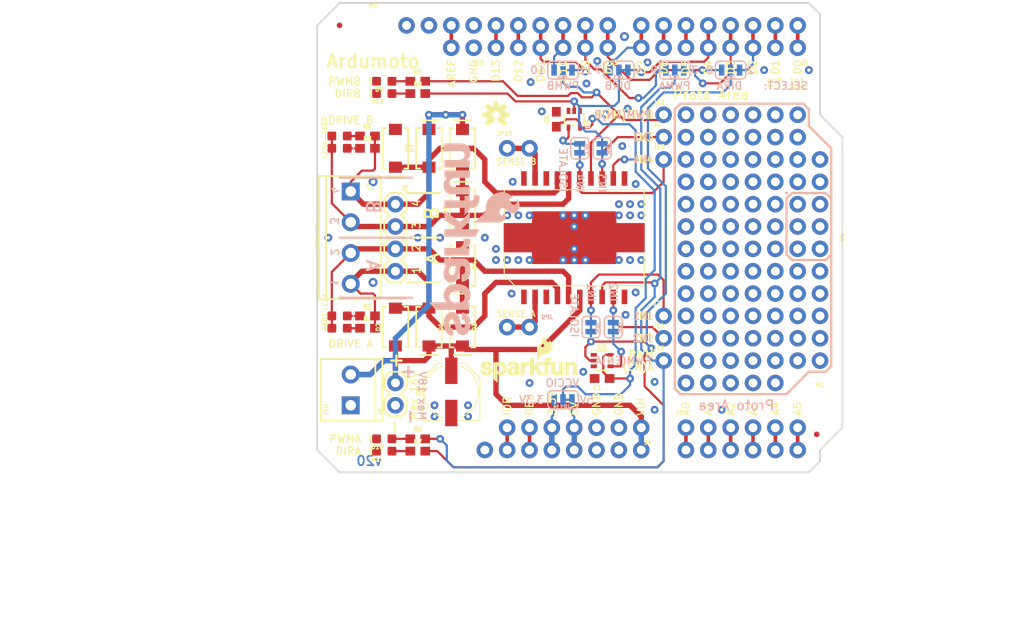
<source format=kicad_pcb>
(kicad_pcb (version 20211014) (generator pcbnew)
  (layers (0 "F.Cu" signal) (31 "B.Cu" signal) (34 "B.Paste" user) (35 "F.Paste" user) (36 "B.SilkS" user "B.Silkscreen") (37 "F.SilkS" user "F.Silkscreen") (38 "B.Mask" user) (39 "F.Mask" user) (44 "Edge.Cuts" user))
  (net 0 "")
  (net 1 "GND")
  (net 2 "DIRA")
  (net 3 "DIRB")
  (net 4 "PWMA")
  (net 5 "PWMB")
  (net 6 "OUT1")
  (net 7 "OUT2")
  (net 8 "OUT4")
  (net 9 "OUT3")
  (net 10 "IN2")
  (net 11 "IN4")
  (net 12 "VIN")
  (net 13 "VCCIO")
  (net 14 "N$131")
  (net 15 "N$157")
  (net 16 "N$183")
  (net 17 "N$209")
  (net 18 "N$235")
  (net 19 "N$261")
  (net 20 "N$287")
  (net 21 "N$313")
  (net 22 "N$365")
  (net 23 "N$366")
  (net 24 "N$367")
  (net 25 "N$368")
  (net 26 "N$370")
  (net 27 "N$371")
  (net 28 "N$372")
  (net 29 "N$373")
  (net 30 "N$379")
  (net 31 "N$380")
  (net 32 "N$391")
  (net 33 "N$392")
  (net 34 "N$393")
  (net 35 "N$394")
  (net 36 "N$395")
  (net 37 "N$396")
  (net 38 "N$397")
  (net 39 "N$398")
  (net 40 "N$399")
  (net 41 "N$405")
  (net 42 "N$406")
  (net 43 "N$417")
  (net 44 "N$418")
  (net 45 "N$419")
  (net 46 "N$420")
  (net 47 "N$421")
  (net 48 "N$422")
  (net 49 "N$423")
  (net 50 "N$424")
  (net 51 "N$425")
  (net 52 "N$431")
  (net 53 "N$432")
  (net 54 "N$443")
  (net 55 "N$444")
  (net 56 "N$445")
  (net 57 "N$446")
  (net 58 "N$447")
  (net 59 "N$448")
  (net 60 "N$449")
  (net 61 "N$450")
  (net 62 "N$451")
  (net 63 "N$457")
  (net 64 "N$458")
  (net 65 "N$511")
  (net 66 "N$537")
  (net 67 "N$547")
  (net 68 "N$548")
  (net 69 "N$549")
  (net 70 "N$550")
  (net 71 "N$551")
  (net 72 "N$552")
  (net 73 "N$553")
  (net 74 "N$554")
  (net 75 "N$561")
  (net 76 "N$562")
  (net 77 "N$4")
  (net 78 "N$5")
  (net 79 "N$8")
  (net 80 "N$9")
  (net 81 "N$3")
  (net 82 "3.3V")
  (net 83 "D8")
  (net 84 "D7")
  (net 85 "D0")
  (net 86 "D1")
  (net 87 "D2")
  (net 88 "D4")
  (net 89 "N$21")
  (net 90 "N$22")
  (net 91 "N$23")
  (net 92 "N$24")
  (net 93 "N$25")
  (net 94 "N$26")
  (net 95 "IOREF")
  (net 96 "D6")
  (net 97 "D5")
  (net 98 "D10")
  (net 99 "D9")
  (net 100 "D3")
  (net 101 "D11")
  (net 102 "D12")
  (net 103 "D13")
  (net 104 "IN1")
  (net 105 "IN3")
  (net 106 "SENA")
  (net 107 "SENB")
  (net 108 "N$12")
  (net 109 "N$6")
  (net 110 "N$1058")
  (net 111 "N$15")
  (net 112 "N$16")
  (net 113 "N$17")
  (net 114 "N$18")
  (net 115 "N$19")
  (net 116 "N$20")
  (net 117 "N$28")
  (net 118 "N$30")
  (net 119 "N$31")
  (net 120 "N$7")
  (net 121 "N$32")
  (net 122 "N$33")
  (net 123 "N$34")
  (net 124 "N$35")
  (net 125 "N$36")
  (net 126 "N$37")
  (net 127 "N$38")
  (net 128 "N$39")
  (net 129 "RESET")
  (net 130 "NDIRA")
  (net 131 "NDIRB")
  (net 132 "N$1")
  (net 133 "N$2")
  (net 134 "N$27")
  (net 135 "N$29")
  (net 136 "N$40")
  (net 137 "N$41")
  (net 138 "N$10")
  (net 139 "5V")
  (footprint "boardEagle:0603" (layer "F.Cu") (at 145.8341 91.5416 90)
    (fp_text reference "C8")
    (fp_text value "0.1uF")
  )
  (footprint "boardEagle:1X06_NO_SILK" (layer "F.Cu") (at 151.6761 83.4136 180)
    (fp_text reference "J5")
    (fp_text value "")
  )
  (footprint "boardEagle:LED-0603" (layer "F.Cu") (at 121.1961 113.8936)
    (fp_text reference "LED3")
    (fp_text value "Yellow")
  )
  (footprint "boardEagle:SFE_LOGO_NAME_FLAME_.1" (layer "F.Cu") (at 136.8171 121.5136)
    (fp_text reference "LOGO2" hide)
    (fp_text value "SFE_LOGO_NAME_FLAME.1_INCH" hide)
  )
  (footprint "boardEagle:0603" (layer "F.Cu") (at 124.3711 113.8936)
    (fp_text reference "R2")
    (fp_text value "1k")
  )
  (footprint "boardEagle:1X01_NO_SILK" (layer "F.Cu") (at 158.0261 118.9736)
    (fp_text reference "J11")
    (fp_text value "")
  )
  (footprint "boardEagle:SMA-DIODE" (layer "F.Cu") (at 135.1661 115.1636 -90)
    (fp_text reference "D3")
    (fp_text value "1A/40V/500mV")
  )
  (footprint "boardEagle:LED-0603" (layer "F.Cu") (at 121.1961 93.4466 180)
    (fp_text reference "LED2")
    (fp_text value "Yellow")
  )
  (footprint "boardEagle:0603" (layer "F.Cu") (at 124.3711 115.2906)
    (fp_text reference "R1")
    (fp_text value "1k")
  )
  (footprint "boardEagle:1X07_NO_SILK" (layer "F.Cu") (at 155.4861 126.5936 180)
    (fp_text reference "J4")
    (fp_text value "")
  )
  (footprint "boardEagle:LED-0603" (layer "F.Cu") (at 126.2761 87.2236 180)
    (fp_text reference "D9")
    (fp_text value "RED")
  )
  (footprint "boardEagle:UNO_R3_SHIELD_NOLABELS" (layer "F.Cu") (at 149.1361 105.0036 -90)
    (fp_text reference "U1")
    (fp_text value "ARDUINO")
  )
  (footprint "boardEagle:STAND-OFF" (layer "F.Cu") (at 175.8061 124.0536)
    (fp_text reference "H1")
    (fp_text value "STAND-OFF")
  )
  (footprint "boardEagle:SOT353" (layer "F.Cu") (at 151.0411 118.9736 -90)
    (fp_text reference "U5")
    (fp_text value "74HC1G04")
  )
  (footprint "boardEagle:0603" (layer "F.Cu") (at 124.3711 94.8436)
    (fp_text reference "R3")
    (fp_text value "1k")
  )
  (footprint "boardEagle:0603" (layer "F.Cu") (at 151.0411 121.0056 180)
    (fp_text reference "C1")
    (fp_text value "0.1uF")
  )
  (footprint "boardEagle:0603" (layer "F.Cu") (at 130.0861 127.8636)
    (fp_text reference "R6")
    (fp_text value "1k")
  )
  (footprint "boardEagle:SMA-DIODE" (layer "F.Cu") (at 135.1661 94.8436 90)
    (fp_text reference "D5")
    (fp_text value "1A/40V/500mV")
  )
  (footprint "boardEagle:OSHW-LOGO-S" (layer "F.Cu") (at 138.9761 91.0336)
    (fp_text reference "U$1" hide)
    (fp_text value "OSHW-LOGOS" hide)
  )
  (footprint "boardEagle:SMA-DIODE" (layer "F.Cu") (at 135.1661 101.8286 90)
    (fp_text reference "D6")
    (fp_text value "1A/40V/500mV")
  )
  (footprint "boardEagle:SMA-DIODE" (layer "F.Cu") (at 131.3561 94.8436 90)
    (fp_text reference "D7")
    (fp_text value "1A/40V/500mV")
  )
  (footprint "boardEagle:1X01_NO_SILK" (layer "F.Cu") (at 158.0261 96.1136)
    (fp_text reference "J13")
    (fp_text value "")
  )
  (footprint "boardEagle:LED-0603" (layer "F.Cu") (at 121.1961 94.8436)
    (fp_text reference "LED4")
    (fp_text value "BLUE")
  )
  (footprint "boardEagle:1X08_NO_SILK" (layer "F.Cu") (at 173.2661 83.4136 180)
    (fp_text reference "J1")
    (fp_text value "")
  )
  (footprint "boardEagle:1X02_NO_SILK" (layer "F.Cu") (at 140.2461 94.8436)
    (fp_text reference "JP10")
    (fp_text value "")
  )
  (footprint "boardEagle:SMA-DIODE" (layer "F.Cu") (at 131.3561 115.1636 -90)
    (fp_text reference "D1")
    (fp_text value "1A/40V/500mV")
  )
  (footprint "boardEagle:SMA-DIODE" (layer "F.Cu") (at 127.5461 94.8436 -90)
    (fp_text reference "D8")
    (fp_text value "1A/40V/500mV")
  )
  (footprint "boardEagle:1X06_NO_SILK" (layer "F.Cu") (at 160.5661 126.5936)
    (fp_text reference "J3")
    (fp_text value "")
  )
  (footprint "boardEagle:SCREWTERMINAL-3.5MM-4" (layer "F.Cu") (at 122.4661 99.7458 -90)
    (fp_text reference "J7")
    (fp_text value "")
  )
  (footprint "boardEagle:CREATIVE_COMMONS" (layer "F.Cu") (at 116.093644 146.9136)
    (fp_text reference "FRAME1" hide)
    (fp_text value "FRAME-LETTER" hide)
  )
  (footprint "boardEagle:SMA-DIODE" (layer "F.Cu") (at 135.1661 108.1786 -90)
    (fp_text reference "D4")
    (fp_text value "1A/40V/500mV")
  )
  (footprint "boardEagle:STAND-OFF" (layer "F.Cu") (at 125.0061 80.8736)
    (fp_text reference "H2")
    (fp_text value "STAND-OFF")
  )
  (footprint "boardEagle:MICRO-FIDUCIAL" (layer "F.Cu") (at 175.4251 127.3556)
    (fp_text reference "FD2" hide)
    (fp_text value "FIDUCIALUFIDUCIAL" hide)
  )
  (footprint "boardEagle:1X02_NO_SILK" (layer "F.Cu") (at 136.4361 83.4136 180)
    (fp_text reference "J15")
    (fp_text value "")
  )
  (footprint "boardEagle:1X01_NO_SILK" (layer "F.Cu") (at 158.0261 113.8936)
    (fp_text reference "J2")
    (fp_text value "")
  )
  (footprint "boardEagle:1X01_NO_SILK" (layer "F.Cu") (at 158.0261 91.0336)
    (fp_text reference "J12")
    (fp_text value "")
  )
  (footprint "boardEagle:POWERSO20_L298_PAD" (layer "F.Cu") (at 147.8661 105.0036 90)
    (fp_text reference "U2" hide)
    (fp_text value "L298" hide)
  )
  (footprint "boardEagle:1X04" (layer "F.Cu") (at 127.5461 101.1936 -90)
    (fp_text reference "J8")
    (fp_text value "")
  )
  (footprint "boardEagle:SMA-DIODE" (layer "F.Cu") (at 127.5461 115.1636 90)
    (fp_text reference "D2")
    (fp_text value "1A/40V/500mV")
  )
  (footprint "boardEagle:MICRO-FIDUCIAL" (layer "F.Cu") (at 121.1961 80.8736)
    (fp_text reference "FD1" hide)
    (fp_text value "FIDUCIALUFIDUCIAL" hide)
  )
  (footprint "boardEagle:0603" (layer "F.Cu") (at 130.0861 87.2236)
    (fp_text reference "R5")
    (fp_text value "1k")
  )
  (footprint "boardEagle:0603" (layer "F.Cu") (at 124.3711 93.4466)
    (fp_text reference "R4")
    (fp_text value "1k")
  )
  (footprint "boardEagle:1X01_NO_SILK" (layer "F.Cu") (at 158.0261 93.5736)
    (fp_text reference "J6")
    (fp_text value "")
  )
  (footprint "boardEagle:LED-0603" (layer "F.Cu") (at 126.2761 88.6206 180)
    (fp_text reference "D12")
    (fp_text value "RED")
  )
  (footprint "boardEagle:0603" (layer "F.Cu") (at 130.0861 88.6206)
    (fp_text reference "R8")
    (fp_text value "1k")
  )
  (footprint "boardEagle:DUMMY" (layer "F.Cu") (at 95.7961 143.1036)
    (fp_text reference "FRAME2" hide)
    (fp_text value "FRAME-LETTERNO_PACKAGE" hide)
  )
  (footprint "boardEagle:1X02" (layer "F.Cu") (at 127.5461 124.0536 90)
    (fp_text reference "J9")
    (fp_text value "")
  )
  (footprint "boardEagle:LED-0603" (layer "F.Cu") (at 126.2761 127.8636 180)
    (fp_text reference "D10")
    (fp_text value "RED")
  )
  (footprint "boardEagle:1X01_NO_SILK" (layer "F.Cu") (at 158.0261 116.4336)
    (fp_text reference "J14")
    (fp_text value "")
  )
  (footprint "boardEagle:SOT353" (layer "F.Cu") (at 147.8661 91.5416 180)
    (fp_text reference "U6")
    (fp_text value "74HC1G04")
  )
  (footprint "boardEagle:SCREWTERMINAL-3.5MM-2" (layer "F.Cu") (at 122.4661 124.0536 90)
    (fp_text reference "J10")
    (fp_text value "")
  )
  (footprint "boardEagle:LED-0603" (layer "F.Cu") (at 126.2761 129.2606 180)
    (fp_text reference "D11")
    (fp_text value "RED")
  )
  (footprint "boardEagle:LED-0603" (layer "F.Cu") (at 121.1961 115.2906 180)
    (fp_text reference "LED1")
    (fp_text value "BLUE")
  )
  (footprint "boardEagle:PANASONIC_D" (layer "F.Cu") (at 133.8961 122.5296 90)
    (fp_text reference "C3")
    (fp_text value "100uF")
  )
  (footprint "boardEagle:0603" (layer "F.Cu") (at 130.0861 129.2606)
    (fp_text reference "R7")
    (fp_text value "1k")
  )
  (footprint "boardEagle:SMT-JUMPER_2_NC_TRACE_SILK" (layer "B.Cu") (at 148.5011 94.8436 90)
    (fp_text reference "JP7")
    (fp_text value "2NCT")
  )
  (footprint "boardEagle:SMT-JUMPER_2_NC_TRACE_SILK" (layer "B.Cu") (at 149.7711 115.1636 90)
    (fp_text reference "JP5")
    (fp_text value "2NCT")
  )
  (footprint "boardEagle:SMT-JUMPER_2_NC_TRACE_SILK" (layer "B.Cu") (at 151.0411 94.8436 90)
    (fp_text reference "JP8")
    (fp_text value "2NCT")
  )
  (footprint "boardEagle:SMT-JUMPER_3_1-NC_TRACE_SILK" (layer "B.Cu") (at 159.2961 85.9536)
    (fp_text reference "JP2")
    (fp_text value "31NCT")
  )
  (footprint "boardEagle:SMT-JUMPER_2_NC_TRACE_SILK" (layer "B.Cu") (at 152.3111 115.1636 90)
    (fp_text reference "JP6")
    (fp_text value "2NCT")
  )
  (footprint "boardEagle:SFE_LOGO_NAME_FLAME_.2" (layer "B.Cu") (at 131.3561 116.8146 90)
    (fp_text reference "LOGO1" hide)
    (fp_text value "SFE_LOGO_NAME_FLAME.2_INCH" hide)
  )
  (footprint "boardEagle:SMT-JUMPER_3_1-NC_TRACE_SILK" (layer "B.Cu") (at 146.5961 123.4186)
    (fp_text reference "JP11")
    (fp_text value "31NCT")
  )
  (footprint "boardEagle:SMT-JUMPER_3_1-NC_TRACE_SILK" (layer "B.Cu") (at 146.5961 85.9536)
    (fp_text reference "JP4")
    (fp_text value "31NCT")
  )
  (footprint "boardEagle:SMT-JUMPER_3_1-NC_TRACE_SILK" (layer "B.Cu") (at 165.6461 85.9536)
    (fp_text reference "JP1")
    (fp_text value "31NCT")
  )
  (footprint "boardEagle:SMT-JUMPER_3_1-NC_TRACE_SILK" (layer "B.Cu") (at 152.9461 85.9536)
    (fp_text reference "JP3")
    (fp_text value "31NCT")
  )
  (footprint "boardEagle:1X02_NO_SILK" (layer "B.Cu") (at 142.7861 115.1636 180)
    (fp_text reference "JP9")
    (fp_text value "")
  )
  (gr_arc (start 171.916723 99.9236) (mid 171.939972 99.867473) (end 171.9961 99.844225) (layer "B.SilkS") (width 0.2032))
  (gr_line (start 172.6311 99.9236) (end 176.4411 99.9236) (layer "B.SilkS") (width 0.254))
  (gr_line (start 159.2961 90.3986) (end 159.2961 122.1486) (layer "B.SilkS") (width 0.254))
  (gr_arc (start 171.996098 99.844225) (mid 172.052226 99.867473) (end 172.075475 99.9236) (layer "B.SilkS") (width 0.2032))
  (gr_arc (start 172.075473 99.9236) (mid 172.052226 99.979726) (end 171.9961 100.002975) (layer "B.SilkS") (width 0.2032))
  (gr_line (start 176.4411 120.2436) (end 174.5361 120.2436) (layer "B.SilkS") (width 0.254))
  (gr_line (start 177.0761 106.9086) (end 176.4411 107.5436) (layer "B.SilkS") (width 0.254))
  (gr_line (start 176.4411 99.9236) (end 177.0761 100.5586) (layer "B.SilkS") (width 0.254))
  (gr_line (start 159.2961 122.1486) (end 159.9311 122.7836) (layer "B.SilkS") (width 0.254))
  (gr_line (start 172.6311 107.5436) (end 171.9961 106.9086) (layer "B.SilkS") (width 0.254))
  (gr_line (start 177.0761 119.6086) (end 176.4411 120.2436) (layer "B.SilkS") (width 0.254))
  (gr_line (start 171.9961 122.7836) (end 159.9311 122.7836) (layer "B.SilkS") (width 0.254))
  (gr_line (start 171.9961 106.9086) (end 171.9961 100.5586) (layer "B.SilkS") (width 0.254))
  (gr_arc (start 171.996098 100.002975) (mid 171.939972 99.979726) (end 171.916725 99.9236) (layer "B.SilkS") (width 0.2032))
  (gr_line (start 129.4511 105.0036) (end 121.1961 105.0036) (layer "B.SilkS") (width 0.254))
  (gr_line (start 174.5361 92.3036) (end 174.5361 90.3986) (layer "B.SilkS") (width 0.254))
  (gr_line (start 159.9311 89.7636) (end 173.9011 89.7636) (layer "B.SilkS") (width 0.254))
  (gr_line (start 174.5361 120.2436) (end 171.9961 122.7836) (layer "B.SilkS") (width 0.254))
  (gr_line (start 174.5361 90.3986) (end 173.9011 89.7636) (layer "B.SilkS") (width 0.254))
  (gr_line (start 176.4411 107.5436) (end 172.6311 107.5436) (layer "B.SilkS") (width 0.254))
  (gr_line (start 159.9311 89.7636) (end 159.2961 90.3986) (layer "B.SilkS") (width 0.254))
  (gr_line (start 129.4511 111.82985) (end 121.1961 111.82985) (layer "B.SilkS") (width 0.254))
  (gr_line (start 129.4511 98.17735) (end 121.1961 98.17735) (layer "B.SilkS") (width 0.254))
  (gr_line (start 171.9961 100.5586) (end 172.6311 99.9236) (layer "B.SilkS") (width 0.254))
  (gr_line (start 177.0761 94.8436) (end 174.5361 92.3036) (layer "B.SilkS") (width 0.254))
  (gr_line (start 177.0761 119.6086) (end 177.0761 94.8436) (layer "B.SilkS") (width 0.254))
  (gr_line (start 177.0761 94.8436) (end 174.5361 92.3036) (layer "F.SilkS") (width 0.254))
  (gr_line (start 173.74235 86.826725) (end 173.74235 88.096725) (layer "F.SilkS") (width 0.1524))
  (gr_line (start 170.964225 87.06485) (end 171.20235 86.826725) (layer "F.SilkS") (width 0.1524))
  (gr_line (start 177.0761 106.9086) (end 177.0761 100.5586) (layer "F.SilkS") (width 0.254))
  (gr_line (start 171.20235 88.096725) (end 171.20235 86.826725) (layer "F.SilkS") (width 0.1524))
  (gr_line (start 177.0761 119.6086) (end 177.0761 106.9086) (layer "F.SilkS") (width 0.254))
  (gr_line (start 172.6311 107.5436) (end 176.4411 107.5436) (layer "F.SilkS") (width 0.254))
  (gr_line (start 171.20235 86.826725) (end 171.440475 87.06485) (layer "F.SilkS") (width 0.1524))
  (gr_line (start 159.9311 122.7836) (end 171.9961 122.7836) (layer "F.SilkS") (width 0.254))
  (gr_line (start 159.2961 90.3986) (end 159.2961 122.1486) (layer "F.SilkS") (width 0.254))
  (gr_line (start 177.0761 100.5586) (end 176.4411 99.9236) (layer "F.SilkS") (width 0.254))
  (gr_line (start 173.980475 87.8586) (end 173.74235 88.096725) (layer "F.SilkS") (width 0.1524))
  (gr_line (start 174.5361 92.3036) (end 174.5361 90.3986) (layer "F.SilkS") (width 0.254))
  (gr_line (start 171.9961 106.9086) (end 172.6311 107.5436) (layer "F.SilkS") (width 0.254))
  (gr_line (start 171.9961 100.5586) (end 171.9961 106.9086) (layer "F.SilkS") (width 0.254))
  (gr_line (start 174.5361 90.3986) (end 173.9011 89.7636) (layer "F.SilkS") (width 0.254))
  (gr_line (start 177.0761 100.5586) (end 177.0761 94.8436) (layer "F.SilkS") (width 0.254))
  (gr_arc (start 172.075475 99.9236) (mid 172.052227 99.979728) (end 171.9961 100.002977) (layer "F.SilkS") (width 0.2032))
  (gr_line (start 173.9011 89.7636) (end 159.9311 89.7636) (layer "F.SilkS") (width 0.254))
  (gr_line (start 176.4411 99.9236) (end 172.6311 99.9236) (layer "F.SilkS") (width 0.254))
  (gr_line (start 176.4411 120.2436) (end 177.0761 119.6086) (layer "F.SilkS") (width 0.254))
  (gr_arc (start 171.916725 99.9236) (mid 171.939974 99.867474) (end 171.9961 99.844227) (layer "F.SilkS") (width 0.2032))
  (gr_line (start 171.9961 122.7836) (end 174.5361 120.2436) (layer "F.SilkS") (width 0.254))
  (gr_line (start 128.8161 110.0836) (end 132.6261 110.0836) (layer "F.SilkS") (width 0.254))
  (gr_line (start 173.504225 87.8586) (end 173.980475 87.8586) (layer "F.SilkS") (width 0.1524))
  (gr_line (start 176.4411 107.5436) (end 177.0761 106.9086) (layer "F.SilkS") (width 0.254))
  (gr_line (start 159.9311 89.7636) (end 159.2961 90.3986) (layer "F.SilkS") (width 0.254))
  (gr_arc (start 171.9961 99.844225) (mid 172.052227 99.867474) (end 172.075475 99.923602) (layer "F.SilkS") (width 0.2032))
  (gr_line (start 128.8161 105.0036) (end 132.6261 105.0036) (layer "F.SilkS") (width 0.254))
  (gr_line (start 172.6311 99.9236) (end 171.9961 100.5586) (layer "F.SilkS") (width 0.254))
  (gr_line (start 173.74235 88.096725) (end 173.504225 87.8586) (layer "F.SilkS") (width 0.1524))
  (gr_arc (start 171.9961 100.002975) (mid 171.939974 99.979728) (end 171.916725 99.923602) (layer "F.SilkS") (width 0.2032))
  (gr_line (start 171.440475 87.06485) (end 170.964225 87.06485) (layer "F.SilkS") (width 0.1524))
  (gr_line (start 159.2961 122.1486) (end 159.9311 122.7836) (layer "F.SilkS") (width 0.254))
  (gr_line (start 174.5361 120.2436) (end 176.4411 120.2436) (layer "F.SilkS") (width 0.254))
  (gr_line (start 128.8161 99.9236) (end 132.6261 99.9236) (layer "F.SilkS") (width 0.254))
  (gr_line (start 178.3461 93.5736) (end 175.8061 91.0336) (layer "Edge.Cuts") (width 0.2032))
  (gr_line (start 178.3461 126.5936) (end 178.3461 93.5736) (layer "Edge.Cuts") (width 0.2032))
  (gr_line (start 175.8061 130.4036) (end 175.8061 129.1336) (layer "Edge.Cuts") (width 0.2032))
  (gr_line (start 118.6561 129.1336) (end 121.1961 131.6736) (layer "Edge.Cuts") (width 0.2032))
  (gr_line (start 175.8061 91.0336) (end 175.8061 79.6036) (layer "Edge.Cuts") (width 0.2032))
  (gr_line (start 121.1961 78.3336) (end 118.6561 80.8736) (layer "Edge.Cuts") (width 0.2032))
  (gr_line (start 174.5361 78.3336) (end 121.1961 78.3336) (layer "Edge.Cuts") (width 0.2032))
  (gr_line (start 175.8061 129.1336) (end 178.3461 126.5936) (layer "Edge.Cuts") (width 0.2032))
  (gr_line (start 121.1961 131.6736) (end 174.5361 131.6736) (layer "Edge.Cuts") (width 0.2032))
  (gr_line (start 118.6561 80.8736) (end 118.6561 129.1336) (layer "Edge.Cuts") (width 0.2032))
  (gr_line (start 174.5361 131.6736) (end 175.8061 130.4036) (layer "Edge.Cuts") (width 0.2032))
  (gr_line (start 175.8061 79.6036) (end 174.5361 78.3336) (layer "Edge.Cuts") (width 0.2032))
  (gr_text "v20" (at 122.9995 129.7432) (layer "B.Cu") (effects (font (size 1.0795 1.0795) (thickness 0.1905)) (justify right top mirror)))
  (gr_text "3" (at 120.5611 103.0986 -90) (layer "B.SilkS") (effects (font (size 0.8636 0.8636) (thickness 0.1524)) (justify mirror)))
  (gr_text "IN2" (at 152.3111 112.3696 -90) (layer "B.SilkS") (effects (font (size 0.8636 0.8636) (thickness 0.1524)) (justify left mirror)))
  (gr_text "8" (at 162.772725 85.9536) (layer "B.SilkS") (effects (font (size 0.8636 0.8636) (thickness 0.1524)) (justify right mirror)))
  (gr_text "IN1" (at 156.7561 113.8936) (layer "B.SilkS") (effects (font (size 0.8636 0.8636) (thickness 0.1524)) (justify left mirror)))
  (gr_text "3" (at 161.026475 85.9536) (layer "B.SilkS") (effects (font (size 0.8636 0.8636) (thickness 0.1524)) (justify right mirror)))
  (gr_text "2" (at 167.376475 85.9536) (layer "B.SilkS") (effects (font (size 0.8636 0.8636) (thickness 0.1524)) (justify right mirror)))
  (gr_text "SELECT:" (at 174.5361 87.7316) (layer "B.SilkS") (effects (font (size 0.8636 0.8636) (thickness 0.1524)) (justify left mirror)))
  (gr_text "A" (at 125.0061 108.1786 -90) (layer "B.SilkS") (effects (font (size 1.5113 1.5113) (thickness 0.2667)) (justify mirror)))
  (gr_text "DIRB" (at 152.8191 87.7316) (layer "B.SilkS") (effects (font (size 0.8636 0.8636) (thickness 0.1524)) (justify mirror)))
  (gr_text "PWM(EN)B" (at 156.7561 91.0336) (layer "B.SilkS") (effects (font (size 0.8636 0.8636) (thickness 0.1524)) (justify left mirror)))
  (gr_text "PWMB" (at 146.5961 87.7316) (layer "B.SilkS") (effects (font (size 0.8636 0.8636) (thickness 0.1524)) (justify mirror)))
  (gr_text "DIRA" (at 165.5191 87.7316) (layer "B.SilkS") (effects (font (size 0.8636 0.8636) (thickness 0.1524)) (justify mirror)))
  (gr_text "4" (at 154.676475 85.9536) (layer "B.SilkS") (effects (font (size 0.8636 0.8636) (thickness 0.1524)) (justify right mirror)))
  (gr_text "10" (at 142.7861 85.9536) (layer "B.SilkS") (effects (font (size 0.8636 0.8636) (thickness 0.1524)) (justify right mirror)))
  (gr_text "VCCIO" (at 146.516725 121.5136) (layer "B.SilkS") (effects (font (size 0.8636 0.8636) (thickness 0.1524)) (justify mirror)))
  (gr_text "IN4" (at 148.5011 97.6376 -90) (layer "B.SilkS") (effects (font (size 0.8636 0.8636) (thickness 0.1524)) (justify right mirror)))
  (gr_text "Max 18V" (at 130.101975 125.8316 -90) (layer "B.SilkS") (effects (font (size 0.8636 0.8636) (thickness 0.1524)) (justify left bottom mirror)))
  (gr_text "+" (at 129.1336 120.2436 -90) (layer "B.SilkS") (effects (font (size 1.5113 1.5113) (thickness 0.2667)) (justify mirror)))
  (gr_text "1" (at 148.2471 85.9536) (layer "B.SilkS") (effects (font (size 0.8636 0.8636) (thickness 0.1524)) (justify right mirror)))
  (gr_text "B" (at 125.0061 101.5111 -90) (layer "B.SilkS") (effects (font (size 1.5113 1.5113) (thickness 0.2667)) (justify mirror)))
  (gr_text "IN1" (at 149.7711 112.3696 -90) (layer "B.SilkS") (effects (font (size 0.8636 0.8636) (thickness 0.1524)) (justify left mirror)))
  (gr_text "IN2" (at 156.7561 116.4336) (layer "B.SilkS") (effects (font (size 0.8636 0.8636) (thickness 0.1524)) (justify left mirror)))
  (gr_text "ISOLATE" (at 146.5961 99.9236 -90) (layer "B.SilkS") (effects (font (size 0.8636 0.8636) (thickness 0.1524)) (justify left mirror)))
  (gr_text "9" (at 156.422725 85.9536) (layer "B.SilkS") (effects (font (size 0.8636 0.8636) (thickness 0.1524)) (justify right mirror)))
  (gr_text "1" (at 120.5611 110.0836 -90) (layer "B.SilkS") (effects (font (size 0.8636 0.8636) (thickness 0.1524)) (justify mirror)))
  (gr_text "PWM(EN)A" (at 156.7561 118.9736) (layer "B.SilkS") (effects (font (size 0.8636 0.8636) (thickness 0.1524)) (justify left mirror)))
  (gr_text "1" (at 149.04085 85.9536) (layer "B.SilkS") (effects (font (size 0.8636 0.8636) (thickness 0.1524)) (justify right mirror)))
  (gr_text "IN3" (at 151.0411 97.6376 -90) (layer "B.SilkS") (effects (font (size 0.8636 0.8636) (thickness 0.1524)) (justify right mirror)))
  (gr_text "4" (at 120.5611 99.6061 -90) (layer "B.SilkS") (effects (font (size 0.8636 0.8636) (thickness 0.1524)) (justify mirror)))
  (gr_text "ISOLATE" (at 147.8661 116.4336 -90) (layer "B.SilkS") (effects (font (size 0.8636 0.8636) (thickness 0.1524)) (justify left mirror)))
  (gr_text "PWMA" (at 159.2961 87.7316) (layer "B.SilkS") (effects (font (size 0.8636 0.8636) (thickness 0.1524)) (justify mirror)))
  (gr_text "IN4" (at 156.7561 96.1136) (layer "B.SilkS") (effects (font (size 0.8636 0.8636) (thickness 0.1524)) (justify left mirror)))
  (gr_text "Proto Area" (at 170.7261 124.0536) (layer "B.SilkS") (effects (font (size 1.0795 1.0795) (thickness 0.1905)) (justify left mirror)))
  (gr_text "-" (at 129.1336 125.3236 -270) (layer "B.SilkS") (effects (font (size 1.5113 1.5113) (thickness 0.2667)) (justify mirror)))
  (gr_text "5V" (at 149.29485 123.4186) (layer "B.SilkS") (effects (font (size 0.8636 0.8636) (thickness 0.1524)) (justify mirror)))
  (gr_text "3.3V" (at 143.024225 123.4186) (layer "B.SilkS") (effects (font (size 0.8636 0.8636) (thickness 0.1524)) (justify mirror)))
  (gr_text "7" (at 150.072725 85.9536) (layer "B.SilkS") (effects (font (size 0.8636 0.8636) (thickness 0.1524)) (justify right mirror)))
  (gr_text "2" (at 120.640475 106.670475 -90) (layer "B.SilkS") (effects (font (size 0.8636 0.8636) (thickness 0.1524)) (justify mirror)))
  (gr_text "IN3" (at 156.7561 93.5736) (layer "B.SilkS") (effects (font (size 0.8636 0.8636) (thickness 0.1524)) (justify left mirror)))
  (gr_text "Ardumoto" (at 119.5451 85.8266) (layer "F.SilkS") (effects (font (size 1.5113 1.5113) (thickness 0.2667)) (justify left bottom)))
  (gr_text "A" (at 131.721225 107.38485 90) (layer "F.SilkS") (effects (font (size 1.5113 1.5113) (thickness 0.2667))))
  (gr_text "A5" (at 173.2661 125.3236 90) (layer "F.SilkS") (effects (font (size 0.8636 0.8636) (thickness 0.1524)) (justify left)))
  (gr_text "D11" (at 144.0561 84.6836 90) (layer "F.SilkS") (effects (font (size 0.8636 0.8636) (thickness 0.1524)) (justify right)))
  (gr_text "4" (at 129.92735 101.050725 90) (layer "F.SilkS") (effects (font (size 0.8636 0.8636) (thickness 0.1524))))
  (gr_text "5V" (at 147.8661 125.3236 90) (layer "F.SilkS") (effects (font (size 0.8636 0.8636) (thickness 0.1524)) (justify left)))
  (gr_text "D2" (at 168.1861 84.6836 90) (layer "F.SilkS") (effects (font (size 0.8636 0.8636) (thickness 0.1524)) (justify right)))
  (gr_text "GND" (at 136.4361 84.6836 90) (layer "F.SilkS") (effects (font (size 0.8636 0.8636) (thickness 0.1524)) (justify right)))
  (gr_text "B" (at 131.6736 102.225475 90) (layer "F.SilkS") (effects (font (size 1.5113 1.5113) (thickness 0.2667))))
  (gr_text "GND" (at 150.4061 125.3236 90) (layer "F.SilkS") (effects (font (size 0.8636 0.8636) (thickness 0.1524)) (justify left)))
  (gr_text "IN2" (at 157.0101 116.4336) (layer "F.SilkS") (effects (font (size 0.8636 0.8636) (thickness 0.1524)) (justify right)))
  (gr_text "IN1" (at 157.0101 113.8936) (layer "F.SilkS") (effects (font (size 0.8636 0.8636) (thickness 0.1524)) (justify right)))
  (gr_text "DRIVE A" (at 122.4661 117.0686) (layer "F.SilkS") (effects (font (size 0.8636 0.8636) (thickness 0.1524))))
  (gr_text "D4" (at 163.1061 84.6836 90) (layer "F.SilkS") (effects (font (size 0.8636 0.8636) (thickness 0.1524)) (justify right)))
  (gr_text "A1" (at 163.1061 125.3236 90) (layer "F.SilkS") (effects (font (size 0.8636 0.8636) (thickness 0.1524)) (justify left)))
  (gr_text "A3" (at 168.1861 125.3236 90) (layer "F.SilkS") (effects (font (size 0.8636 0.8636) (thickness 0.1524)) (justify left)))
  (gr_text "VIN" (at 155.4861 125.3236 90) (layer "F.SilkS") (effects (font (size 0.8636 0.8636) (thickness 0.1524)) (justify left)))
  (gr_text "Max 18V" (at 130.1496 125.8316 90) (layer "F.SilkS") (effects (font (size 0.8636 0.8636) (thickness 0.1524)) (justify left bottom)))
  (gr_text "-" (at 127.5461 126.5936 270) (layer "F.SilkS") (effects (font (size 1.5113 1.5113) (thickness 0.2667))))
  (gr_text "IOR" (at 140.2461 125.3236 90) (layer "F.SilkS") (effects (font (size 0.8636 0.8636) (thickness 0.1524)) (justify left)))
  (gr_text "DIRB" (at 123.7361 88.6206) (layer "F.SilkS") (effects (font (size 0.8636 0.8636) (thickness 0.1524)) (justify right)))
  (gr_text "D0" (at 173.2661 84.6836 90) (layer "F.SilkS") (effects (font (size 0.8636 0.8636) (thickness 0.1524)) (justify right)))
  (gr_text "2" (at 129.92735 106.17835 90) (layer "F.SilkS") (effects (font (size 0.8636 0.8636) (thickness 0.1524))))
  (gr_text "PWM\n(EN)A" (at 157.0101 118.9736) (layer "F.SilkS") (effects (font (size 0.8636 0.8636) (thickness 0.1524)) (justify right)))
  (gr_text "Proto Area" (at 158.9786 88.731725) (layer "F.SilkS") (effects (font (size 1.0795 1.0795) (thickness 0.1905)) (justify left)))
  (gr_text "D5" (at 160.5661 84.6836 90) (layer "F.SilkS") (effects (font (size 0.8636 0.8636) (thickness 0.1524)) (justify right)))
  (gr_text "D7" (at 155.4861 84.6836 90) (layer "F.SilkS") (effects (font (size 0.8636 0.8636) (thickness 0.1524)) (justify right)))
  (gr_text "A0" (at 160.5661 125.3236 90) (layer "F.SilkS") (effects (font (size 0.8636 0.8636) (thickness 0.1524)) (justify left)))
  (gr_text "D10" (at 146.5961 84.6836 90) (layer "F.SilkS") (effects (font (size 0.8636 0.8636) (thickness 0.1524)) (justify right)))
  (gr_text "PWMA" (at 123.7361 127.8636) (layer "F.SilkS") (effects (font (size 0.8636 0.8636) (thickness 0.1524)) (justify right)))
  (gr_text "TX" (at 170.329225 86.74735 90) (layer "F.SilkS") (effects (font (size 0.69088 0.69088) (thickness 0.12192)) (justify right)))
  (gr_text "SENSE B" (at 138.9761 96.351725) (layer "F.SilkS") (effects (font (size 0.69088 0.69088) (thickness 0.12192)) (justify left)))
  (gr_text "A4" (at 170.7261 125.3236 90) (layer "F.SilkS") (effects (font (size 0.8636 0.8636) (thickness 0.1524)) (justify left)))
  (gr_text "RX" (at 172.869225 86.74735 90) (layer "F.SilkS") (effects (font (size 0.69088 0.69088) (thickness 0.12192)) (justify right)))
  (gr_text "DIRA" (at 123.7361 129.2606) (layer "F.SilkS") (effects (font (size 0.8636 0.8636) (thickness 0.1524)) (justify right)))
  (gr_text "SENSE A" (at 138.9761 113.655475) (layer "F.SilkS") (effects (font (size 0.69088 0.69088) (thickness 0.12192)) (justify left)))
  (gr_text "D3" (at 165.6461 84.6836 90) (layer "F.SilkS") (effects (font (size 0.8636 0.8636) (thickness 0.1524)) (justify right)))
  (gr_text "A2" (at 165.6461 125.3236 90) (layer "F.SilkS") (effects (font (size 0.8636 0.8636) (thickness 0.1524)) (justify left)))
  (gr_text "+" (at 127.5461 118.9736 90) (layer "F.SilkS") (effects (font (size 1.5113 1.5113) (thickness 0.2667))))
  (gr_text "RES" (at 142.7861 125.3236 90) (layer "F.SilkS") (effects (font (size 0.8636 0.8636) (thickness 0.1524)) (justify left)))
  (gr_text "D6" (at 158.0261 84.6836 90) (layer "F.SilkS") (effects (font (size 0.8636 0.8636) (thickness 0.1524)) (justify right)))
  (gr_text "D9" (at 149.1361 84.6836 90) (layer "F.SilkS") (effects (font (size 0.8636 0.8636) (thickness 0.1524)) (justify right)))
  (gr_text "IN3" (at 157.0101 93.5736) (layer "F.SilkS") (effects (font (size 0.8636 0.8636) (thickness 0.1524)) (justify right)))
  (gr_text "PWMB" (at 123.7361 87.2236) (layer "F.SilkS") (effects (font (size 0.8636 0.8636) (thickness 0.1524)) (justify right)))
  (gr_text "D13" (at 138.9761 84.6836 90) (layer "F.SilkS") (effects (font (size 0.8636 0.8636) (thickness 0.1524)) (justify right)))
  (gr_text "AREF" (at 133.8961 84.6836 90) (layer "F.SilkS") (effects (font (size 0.8636 0.8636) (thickness 0.1524)) (justify right)))
  (gr_text "DRIVE B" (at 122.4661 91.6686) (layer "F.SilkS") (effects (font (size 0.8636 0.8636) (thickness 0.1524))))
  (gr_text "IN4" (at 157.0101 96.1136) (layer "F.SilkS") (effects (font (size 0.8636 0.8636) (thickness 0.1524)) (justify right)))
  (gr_text "3.3V" (at 145.3261 125.3236 90) (layer "F.SilkS") (effects (font (size 0.8636 0.8636) (thickness 0.1524)) (justify left)))
  (gr_text "D12" (at 141.5161 84.6836 90) (layer "F.SilkS") (effects (font (size 0.8636 0.8636) (thickness 0.1524)) (justify right)))
  (gr_text "3" (at 129.92735 103.590725 90) (layer "F.SilkS") (effects (font (size 0.8636 0.8636) (thickness 0.1524))))
  (gr_text "D8" (at 151.6761 84.6836 90) (layer "F.SilkS") (effects (font (size 0.8636 0.8636) (thickness 0.1524)) (justify right)))
  (gr_text "1" (at 129.92735 108.71835 90) (layer "F.SilkS") (effects (font (size 0.8636 0.8636) (thickness 0.1524))))
  (gr_text "D1" (at 170.7261 84.6836 90) (layer "F.SilkS") (effects (font (size 0.8636 0.8636) (thickness 0.1524)) (justify right)))
  (gr_text "GND" (at 152.9461 125.3236 90) (layer "F.SilkS") (effects (font (size 0.8636 0.8636) (thickness 0.1524)) (justify left)))
  (gr_text "PWM(EN)B" (at 157.0101 91.0336) (layer "F.SilkS") (effects (font (size 0.8636 0.8636) (thickness 0.1524)) (justify right)))
  (segment (start 128.8161 105.0036) (end 126.2761 105.0036) (width 0.2032) (layer "F.Cu") (net 1))
  (via (at 149.1361 107.5436) (size 0.889) (drill 0.381) (layers "F.Cu" "B.Cu") (net 1))
  (via (at 154.2161 101.1936) (size 0.889) (drill 0.381) (layers "F.Cu" "B.Cu") (net 1))
  (via (at 150.485475 84.921725) (size 0.889) (drill 0.381) (layers "F.Cu" "B.Cu") (net 1))
  (via (at 147.8661 103.7336) (size 0.889) (drill 0.381) (layers "F.Cu" "B.Cu") (net 1))
  (via (at 154.2161 107.5436) (size 0.889) (drill 0.381) (layers "F.Cu" "B.Cu") (net 1))
  (via (at 169.4561 85.9536) (size 0.889) (drill 0.381) (layers "F.Cu" "B.Cu") (net 1))
  (via (at 147.8661 102.4636) (size 0.889) (drill 0.381) (layers "F.Cu" "B.Cu") (net 1))
  (via (at 142.7861 121.5136) (size 0.889) (drill 0.381) (layers "F.Cu" "B.Cu") (net 1))
  (via (at 147.8661 106.2736) (size 0.889) (drill 0.381) (layers "F.Cu" "B.Cu") (net 1))
  (via (at 135.8011 125.3236) (size 0.889) (drill 0.381) (layers "F.Cu" "B.Cu") (net 1))
  (via (at 141.5161 107.5436) (size 0.889) (drill 0.381) (layers "F.Cu" "B.Cu") (net 1))
  (via (at 137.7061 105.0036) (size 0.889) (drill 0.381) (layers "F.Cu" "B.Cu") (net 1))
  (via (at 149.2631 87.4776) (size 0.889) (drill 0.381) (layers "F.Cu" "B.Cu") (net 1))
  (via (at 125.0061 98.6536) (size 1.016) (drill 0.508) (layers "F.Cu" "B.Cu") (net 1))
  (via (at 153.946225 90.3351) (size 0.889) (drill 0.381) (layers "F.Cu" "B.Cu") (net 1))
  (via (at 152.9461 101.1936) (size 0.889) (drill 0.381) (layers "F.Cu" "B.Cu") (net 1))
  (via (at 147.8661 107.5436) (size 0.889) (drill 0.381) (layers "F.Cu" "B.Cu") (net 1))
  (via (at 131.9911 124.0536) (size 0.889) (drill 0.381) (layers "F.Cu" "B.Cu") (net 1))
  (via (at 130.0861 105.0036) (size 0.889) (drill 0.381) (layers "F.Cu" "B.Cu") (net 1))
  (via (at 138.9761 107.5436) (size 0.889) (drill 0.381) (layers "F.Cu" "B.Cu") (net 1))
  (via (at 131.9911 125.3236) (size 0.889) (drill 0.381) (layers "F.Cu" "B.Cu") (net 1))
  (via (at 138.9761 106.2736) (size 0.889) (drill 0.381) (layers "F.Cu" "B.Cu") (net 1))
  (via (at 125.0061 110.0836) (size 1.016) (drill 0.508) (layers "F.Cu" "B.Cu") (net 1))
  (via (at 154.8511 98.9076) (size 0.889) (drill 0.381) (layers "F.Cu" "B.Cu") (net 1))
  (via (at 153.7081 113.7666) (size 0.889) (drill 0.381) (layers "F.Cu" "B.Cu") (net 1))
  (via (at 155.4861 102.4636) (size 0.889) (drill 0.381) (layers "F.Cu" "B.Cu") (net 1))
  (via (at 142.7861 107.5436) (size 0.889) (drill 0.381) (layers "F.Cu" "B.Cu") (net 1))
  (via (at 132.6261 105.0036) (size 0.889) (drill 0.381) (layers "F.Cu" "B.Cu") (net 1))
  (via (at 152.9461 102.4636) (size 0.889) (drill 0.381) (layers "F.Cu" "B.Cu") (net 1))
  (via (at 140.8811 98.6536) (size 0.889) (drill 0.381) (layers "F.Cu" "B.Cu") (net 1))
  (via (at 140.7541 111.3536) (size 0.889) (drill 0.381) (layers "F.Cu" "B.Cu") (net 1))
  (via (at 153.3271 94.5896) (size 0.889) (drill 0.381) (layers "F.Cu" "B.Cu") (net 1))
  (via (at 140.2461 107.5436) (size 0.889) (drill 0.381) (layers "F.Cu" "B.Cu") (net 1))
  (via (at 154.2161 102.4636) (size 0.889) (drill 0.381) (layers "F.Cu" "B.Cu") (net 1))
  (via (at 135.8011 124.0536) (size 0.889) (drill 0.381) (layers "F.Cu" "B.Cu") (net 1))
  (via (at 142.7861 102.4636) (size 0.889) (drill 0.381) (layers "F.Cu" "B.Cu") (net 1))
  (via (at 154.8511 111.2266) (size 0.889) (drill 0.381) (layers "F.Cu" "B.Cu") (net 1))
  (via (at 174.5361 85.9536) (size 0.889) (drill 0.381) (layers "F.Cu" "B.Cu") (net 1))
  (via (at 151.406225 90.9701) (size 0.889) (drill 0.381) (layers "F.Cu" "B.Cu") (net 1))
  (via (at 157.0101 121.3866) (size 0.889) (drill 0.381) (layers "F.Cu" "B.Cu") (net 1))
  (via (at 152.9461 107.5436) (size 0.889) (drill 0.381) (layers "F.Cu" "B.Cu") (net 1))
  (via (at 149.1361 102.4636) (size 0.889) (drill 0.381) (layers "F.Cu" "B.Cu") (net 1))
  (via (at 144.1831 90.6526) (size 0.889) (drill 0.381) (layers "F.Cu" "B.Cu") (net 1))
  (via (at 157.0101 124.5616) (size 0.889) (drill 0.381) (layers "F.Cu" "B.Cu") (net 1))
  (via (at 155.4861 107.5436) (size 0.889) (drill 0.381) (layers "F.Cu" "B.Cu") (net 1))
  (via (at 148.897975 120.2436) (size 0.889) (drill 0.381) (layers "F.Cu" "B.Cu") (net 1))
  (via (at 164.6301 124.5616) (size 0.889) (drill 0.381) (layers "F.Cu" "B.Cu") (net 1))
  (via (at 146.5961 102.4636) (size 0.889) (drill 0.381) (layers "F.Cu" "B.Cu") (net 1))
  (via (at 119.9261 105.0036) (size 0.889) (drill 0.381) (layers "F.Cu" "B.Cu") (net 1))
  (via (at 142.9131 87.31885) (size 0.889) (drill 0.381) (layers "F.Cu" "B.Cu") (net 1))
  (via (at 140.2461 102.4636) (size 0.889) (drill 0.381) (layers "F.Cu" "B.Cu") (net 1))
  (via (at 141.5161 102.4636) (size 0.889) (drill 0.381) (layers "F.Cu" "B.Cu") (net 1))
  (via (at 156.200475 85.080475) (size 0.889) (drill 0.381) (layers "F.Cu" "B.Cu") (net 1))
  (via (at 153.5811 82.1436) (size 1.016) (drill 0.508) (layers "F.Cu" "B.Cu") (net 1))
  (via (at 155.4861 101.1936) (size 0.889) (drill 0.381) (layers "F.Cu" "B.Cu") (net 1))
  (via (at 146.5961 107.5436) (size 0.889) (drill 0.381) (layers "F.Cu" "B.Cu") (net 1))
  (segment (start 126.2761 105.0036) (end 128.8161 105.0036) (width 0.2032) (layer "B.Cu") (net 1))
  (segment (start 150.0911 118.9736) (end 149.6441 118.9736) (width 0.254) (layer "F.Cu") (net 2))
  (segment (start 134.1501 131.1021) (end 132.3086 129.2606) (width 0.254) (layer "F.Cu") (net 2))
  (segment (start 155.8671 118.3386) (end 155.8671 121.8946) (width 0.254) (layer "F.Cu") (net 2))
  (segment (start 155.8671 121.8946) (end 158.0261 124.0536) (width 0.254) (layer "F.Cu") (net 2))
  (segment (start 157.3276 131.1021) (end 134.1501 131.1021) (width 0.254) (layer "F.Cu") (net 2))
  (segment (start 132.3086 129.2606) (end 130.9361 129.2606) (width 0.254) (layer "F.Cu") (net 2))
  (segment (start 149.6441 118.9736) (end 149.1361 118.4656) (width 0.254) (layer "F.Cu") (net 2))
  (segment (start 149.7711 116.8146) (end 155.8671 116.8146) (width 0.254) (layer "F.Cu") (net 2))
  (segment (start 149.1361 118.4656) (end 149.1361 117.4496) (width 0.254) (layer "F.Cu") (net 2))
  (segment (start 158.0261 124.0536) (end 158.0261 130.4036) (width 0.254) (layer "F.Cu") (net 2))
  (segment (start 158.0261 130.4036) (end 157.3276 131.1021) (width 0.254) (layer "F.Cu") (net 2))
  (segment (start 155.8671 116.8146) (end 156.6291 117.5766) (width 0.254) (layer "F.Cu") (net 2))
  (segment (start 149.1361 117.4496) (end 149.7711 116.8146) (width 0.254) (layer "F.Cu") (net 2))
  (segment (start 156.6291 117.5766) (end 155.8671 118.3386) (width 0.254) (layer "F.Cu") (net 2))
  (via (at 149.7711 116.8146) (size 0.889) (drill 0.381) (layers "F.Cu" "B.Cu") (net 2))
  (via (at 156.6291 117.5766) (size 0.889) (drill 0.381) (layers "F.Cu" "B.Cu") (net 2))
  (segment (start 164.7571 88.4936) (end 165.6461 87.6046) (width 0.254) (layer "B.Cu") (net 2))
  (segment (start 158.0261 88.4936) (end 156.2481 90.2716) (width 0.254) (layer "B.Cu") (net 2))
  (segment (start 156.1211 113.5126) (end 156.1211 117.0686) (width 0.254) (layer "B.Cu") (net 2))
  (segment (start 149.7711 116.8146) (end 149.7711 115.6716) (width 0.254) (layer "B.Cu") (net 2))
  (segment (start 164.7571 88.4936) (end 158.0261 88.4936) (width 0.254) (layer "B.Cu") (net 2))
  (segment (start 156.2481 90.2716) (end 156.2481 97.1296) (width 0.254) (layer "B.Cu") (net 2))
  (segment (start 158.2801 99.1616) (end 158.2801 111.3536) (width 0.254) (layer "B.Cu") (net 2))
  (segment (start 156.2481 97.1296) (end 158.2801 99.1616) (width 0.254) (layer "B.Cu") (net 2))
  (segment (start 156.1211 117.0686) (end 156.6291 117.5766) (width 0.254) (layer "B.Cu") (net 2))
  (segment (start 158.2801 111.3536) (end 156.1211 113.5126) (width 0.254) (layer "B.Cu") (net 2))
  (segment (start 165.6461 85.9536) (end 165.6461 87.6046) (width 0.254) (layer "B.Cu") (net 2))
  (segment (start 140.293725 88.6206) (end 141.182725 89.5096) (width 0.254) (layer "F.Cu") (net 3))
  (segment (start 147.8661 90.5916) (end 147.8661 89.5096) (width 0.254) (layer "F.Cu") (net 3))
  (segment (start 147.8661 89.5096) (end 141.182725 89.5096) (width 0.254) (layer "F.Cu") (net 3))
  (segment (start 130.9361 88.6206) (end 140.293725 88.6206) (width 0.254) (layer "F.Cu") (net 3))
  (via (at 147.8661 89.5096) (size 0.889) (drill 0.381) (layers "F.Cu" "B.Cu") (net 3))
  (segment (start 148.421725 92.192475) (end 148.421725 90.065225) (width 0.254) (layer "B.Cu") (net 3))
  (segment (start 148.421725 92.192475) (end 149.16785 92.9386) (width 0.254) (layer "B.Cu") (net 3))
  (segment (start 152.422225 90.033475) (end 152.9461 89.5096) (width 0.254) (layer "B.Cu") (net 3))
  (segment (start 152.9461 85.9536) (end 152.9461 89.5096) (width 0.254) (layer "B.Cu") (net 3))
  (segment (start 150.2791 92.9386) (end 149.16785 92.9386) (width 0.254) (layer "B.Cu") (net 3))
  (segment (start 151.0411 94.3356) (end 151.0411 93.7006) (width 0.254) (layer "B.Cu") (net 3))
  (segment (start 151.0411 93.7006) (end 150.2791 92.9386) (width 0.254) (layer "B.Cu") (net 3))
  (segment (start 148.453475 90.033475) (end 152.422225 90.033475) (width 0.254) (layer "B.Cu") (net 3))
  (segment (start 148.421725 90.065225) (end 147.8661 89.5096) (width 0.254) (layer "B.Cu") (net 3))
  (segment (start 148.453475 90.033475) (end 148.421725 90.065225) (width 0.254) (layer "B.Cu") (net 3))
  (segment (start 156.8831 110.0836) (end 157.0101 110.2106) (width 0.254) (layer "F.Cu") (net 4))
  (segment (start 151.4221 110.0836) (end 156.8831 110.0836) (width 0.254) (layer "F.Cu") (net 4))
  (segment (start 151.0411 111.7346) (end 151.0411 110.4646) (width 0.254) (layer "F.Cu") (net 4))
  (segment (start 151.0411 110.4646) (end 151.4221 110.0836) (width 0.254) (layer "F.Cu") (net 4))
  (segment (start 132.6261 127.8636) (end 130.9361 127.8636) (width 0.254) (layer "F.Cu") (net 4))
  (via (at 157.0101 110.2106) (size 0.889) (drill 0.381) (layers "F.Cu" "B.Cu") (net 4))
  (via (at 132.6261 127.8636) (size 0.889) (drill 0.381) (layers "F.Cu" "B.Cu") (net 4))
  (segment (start 155.4861 90.160475) (end 155.4861 97.2566) (width 0.254) (layer "B.Cu") (net 4))
  (segment (start 157.6451 109.5756) (end 157.0101 110.2106) (width 0.254) (layer "B.Cu") (net 4))
  (segment (start 156.7561 118.9736) (end 158.0261 118.9736) (width 0.254) (layer "B.Cu") (net 4))
  (segment (start 157.3276 131.1021) (end 134.1501 131.1021) (width 0.254) (layer "B.Cu") (net 4))
  (segment (start 133.3881 130.3401) (end 133.3881 128.6256) (width 0.254) (layer "B.Cu") (net 4))
  (segment (start 157.6451 99.4156) (end 157.6451 109.5756) (width 0.254) (layer "B.Cu") (net 4))
  (segment (start 158.0261 130.4036) (end 157.3276 131.1021) (width 0.254) (layer "B.Cu") (net 4))
  (segment (start 134.1501 131.1021) (end 133.3881 130.3401) (width 0.254) (layer "B.Cu") (net 4))
  (segment (start 157.0101 110.2106) (end 157.0101 111.7346) (width 0.254) (layer "B.Cu") (net 4))
  (segment (start 157.684787 87.961788) (end 158.716662 87.961788) (width 0.254) (layer "B.Cu") (net 4))
  (segment (start 155.4861 117.7036) (end 156.7561 118.9736) (width 0.254) (layer "B.Cu") (net 4))
  (segment (start 158.716662 87.961788) (end 159.2961 87.38235) (width 0.254) (layer "B.Cu") (net 4))
  (segment (start 133.3881 128.6256) (end 132.6261 127.8636) (width 0.254) (layer "B.Cu") (net 4))
  (segment (start 155.4861 113.2586) (end 155.4861 117.7036) (width 0.254) (layer "B.Cu") (net 4))
  (segment (start 157.684787 87.961788) (end 155.4861 90.160475) (width 0.254) (layer "B.Cu") (net 4))
  (segment (start 155.4861 97.2566) (end 157.6451 99.4156) (width 0.254) (layer "B.Cu") (net 4))
  (segment (start 157.0101 111.7346) (end 155.4861 113.2586) (width 0.254) (layer "B.Cu") (net 4))
  (segment (start 158.0261 118.9736) (end 158.0261 130.4036) (width 0.254) (layer "B.Cu") (net 4))
  (segment (start 159.2961 85.9536) (end 159.2961 87.38235) (width 0.254) (layer "B.Cu") (net 4))
  (segment (start 149.7711 94.2086) (end 152.9461 91.0336) (width 0.254) (layer "F.Cu") (net 5))
  (segment (start 148.262975 88.572975) (end 148.739225 89.049225) (width 0.254) (layer "F.Cu") (net 5))
  (segment (start 149.850475 89.049225) (end 150.4061 88.4936) (width 0.254) (layer "F.Cu") (net 5))
  (segment (start 141.436725 88.890475) (end 147.151725 88.890475) (width 0.254) (layer "F.Cu") (net 5))
  (segment (start 149.7711 98.2726) (end 149.7711 94.2086) (width 0.254) (layer "F.Cu") (net 5))
  (segment (start 157.430787 91.628913) (end 153.541412 91.628913) (width 0.254) (layer "F.Cu") (net 5))
  (segment (start 158.0261 91.0336) (end 157.430787 91.628913) (width 0.254) (layer "F.Cu") (net 5))
  (segment (start 148.739225 89.049225) (end 149.850475 89.049225) (width 0.254) (layer "F.Cu") (net 5))
  (segment (start 147.151725 88.890475) (end 147.469225 88.572975) (width 0.254) (layer "F.Cu") (net 5))
  (segment (start 152.9461 91.0336) (end 150.4061 88.4936) (width 0.254) (layer "F.Cu") (net 5))
  (segment (start 148.262975 88.572975) (end 147.469225 88.572975) (width 0.254) (layer "F.Cu") (net 5))
  (segment (start 153.541412 91.628913) (end 152.9461 91.0336) (width 0.254) (layer "F.Cu") (net 5))
  (segment (start 139.76985 87.2236) (end 141.436725 88.890475) (width 0.254) (layer "F.Cu") (net 5))
  (segment (start 130.9361 87.2236) (end 139.76985 87.2236) (width 0.254) (layer "F.Cu") (net 5))
  (via (at 150.4061 88.4936) (size 0.889) (drill 0.381) (layers "F.Cu" "B.Cu") (net 5))
  (segment (start 147.07235 87.8586) (end 148.34235 87.8586) (width 0.254) (layer "B.Cu") (net 5))
  (segment (start 146.5961 87.38235) (end 147.07235 87.8586) (width 0.254) (layer "B.Cu") (net 5))
  (segment (start 146.5961 85.9536) (end 146.5961 87.38235) (width 0.254) (layer "B.Cu") (net 5))
  (segment (start 148.97735 88.4936) (end 150.4061 88.4936) (width 0.254) (layer "B.Cu") (net 5))
  (segment (start 148.34235 87.8586) (end 148.97735 88.4936) (width 0.254) (layer "B.Cu") (net 5))
  (segment (start 127.5461 113.0136) (end 131.3561 113.0136) (width 0.6096) (layer "F.Cu") (net 6))
  (segment (start 137.7061 111.3536) (end 137.7061 113.8936) (width 0.6096) (layer "F.Cu") (net 6))
  (segment (start 123.7361 108.8136) (end 127.5461 108.8136) (width 0.6096) (layer "F.Cu") (net 6))
  (segment (start 122.4661 110.0836) (end 123.7361 108.8136) (width 0.6096) (layer "F.Cu") (net 6))
  (segment (start 125.2211 111.5686) (end 125.0061 111.3536) (width 0.254) (layer "F.Cu") (net 6))
  (segment (start 138.9761 110.0836) (end 137.7061 111.3536) (width 0.6096) (layer "F.Cu") (net 6))
  (segment (start 131.3561 113.0136) (end 131.3561 110.0836) (width 0.6096) (layer "F.Cu") (net 6))
  (segment (start 145.3261 110.0836) (end 138.9761 110.0836) (width 0.6096) (layer "F.Cu") (net 6))
  (segment (start 125.2211 113.8936) (end 125.2211 111.5686) (width 0.254) (layer "F.Cu") (net 6))
  (segment (start 131.3561 113.8936) (end 131.3561 113.0136) (width 0.6096) (layer "F.Cu") (net 6))
  (segment (start 131.3561 110.0836) (end 130.0861 108.8136) (width 0.6096) (layer "F.Cu") (net 6))
  (segment (start 125.0061 111.3536) (end 123.5739 111.3536) (width 0.254) (layer "F.Cu") (net 6))
  (segment (start 137.7061 113.8936) (end 136.4361 115.1636) (width 0.6096) (layer "F.Cu") (net 6))
  (segment (start 130.0861 108.8136) (end 127.5461 108.8136) (width 0.6096) (layer "F.Cu") (net 6))
  (segment (start 145.9611 111.7346) (end 145.9611 110.7186) (width 0.6096) (layer "F.Cu") (net 6))
  (segment (start 125.2211 115.2906) (end 125.2211 113.8936) (width 0.254) (layer "F.Cu") (net 6))
  (segment (start 136.4361 115.1636) (end 132.6261 115.1636) (width 0.6096) (layer "F.Cu") (net 6))
  (segment (start 123.5739 111.3536) (end 122.4661 110.2458) (width 0.254) (layer "F.Cu") (net 6))
  (segment (start 145.9611 110.7186) (end 145.3261 110.0836) (width 0.6096) (layer "F.Cu") (net 6))
  (segment (start 122.4661 110.2458) (end 122.4661 110.0836) (width 0.6096) (layer "F.Cu") (net 6))
  (segment (start 132.6261 115.1636) (end 131.3561 113.8936) (width 0.6096) (layer "F.Cu") (net 6))
  (segment (start 131.3561 106.2736) (end 132.6261 107.5436) (width 0.6096) (layer "F.Cu") (net 7))
  (segment (start 135.1661 110.3286) (end 135.1661 107.5436) (width 0.6096) (layer "F.Cu") (net 7))
  (segment (start 120.3191 113.8936) (end 120.3191 115.2906) (width 0.254) (layer "F.Cu") (net 7))
  (segment (start 127.5461 106.2736) (end 131.3561 106.2736) (width 0.6096) (layer "F.Cu") (net 7))
  (segment (start 136.4361 107.5436) (end 137.7061 108.8136) (width 0.6096) (layer "F.Cu") (net 7))
  (segment (start 146.5961 108.8136) (end 137.7061 108.8136) (width 0.6096) (layer "F.Cu") (net 7))
  (segment (start 147.2311 109.4486) (end 146.5961 108.8136) (width 0.6096) (layer "F.Cu") (net 7))
  (segment (start 135.1661 113.0136) (end 135.1661 110.3286) (width 0.6096) (layer "F.Cu") (net 7))
  (segment (start 120.3191 108.8928) (end 120.3191 113.8936) (width 0.254) (layer "F.Cu") (net 7))
  (segment (start 122.9383 106.2736) (end 122.4661 106.7458) (width 0.6096) (layer "F.Cu") (net 7))
  (segment (start 122.4661 106.7458) (end 120.3191 108.8928) (width 0.254) (layer "F.Cu") (net 7))
  (segment (start 135.1661 107.5436) (end 136.4361 107.5436) (width 0.6096) (layer "F.Cu") (net 7))
  (segment (start 132.6261 107.5436) (end 135.1661 107.5436) (width 0.6096) (layer "F.Cu") (net 7))
  (segment (start 147.2311 111.7346) (end 147.2311 109.4486) (width 0.6096) (layer "F.Cu") (net 7))
  (segment (start 127.5461 106.2736) (end 122.9383 106.2736) (width 0.6096) (layer "F.Cu") (net 7))
  (segment (start 131.3561 99.9236) (end 131.3561 96.9936) (width 0.6096) (layer "F.Cu") (net 8))
  (segment (start 125.2211 94.8436) (end 125.2211 97.1686) (width 0.254) (layer "F.Cu") (net 8))
  (segment (start 145.5801 99.9236) (end 145.9611 99.5426) (width 0.6096) (layer "F.Cu") (net 8))
  (segment (start 138.9761 99.9236) (end 145.5801 99.9236) (width 0.6096) (layer "F.Cu") (net 8))
  (segment (start 123.9139 101.1936) (end 122.4661 99.7458) (width 0.6096) (layer "F.Cu") (net 8))
  (segment (start 125.2211 93.4466) (end 125.2211 94.8436) (width 0.254) (layer "F.Cu") (net 8))
  (segment (start 131.3561 96.1136) (end 132.6261 94.8436) (width 0.6096) (layer "F.Cu") (net 8))
  (segment (start 137.7061 98.6536) (end 138.9761 99.9236) (width 0.6096) (layer "F.Cu") (net 8))
  (segment (start 145.9611 99.5426) (end 145.9611 98.2726) (width 0.6096) (layer "F.Cu") (net 8))
  (segment (start 127.5461 96.9936) (end 131.3561 96.9936) (width 0.6096) (layer "F.Cu") (net 8))
  (segment (start 136.4361 94.8436) (end 137.7061 96.1136) (width 0.6096) (layer "F.Cu") (net 8))
  (segment (start 125.2211 97.1686) (end 125.0061 97.3836) (width 0.254) (layer "F.Cu") (net 8))
  (segment (start 127.5461 101.1936) (end 130.0861 101.1936) (width 0.6096) (layer "F.Cu") (net 8))
  (segment (start 122.4661 98.6536) (end 122.4661 99.7458) (width 0.254) (layer "F.Cu") (net 8))
  (segment (start 132.6261 94.8436) (end 136.4361 94.8436) (width 0.6096) (layer "F.Cu") (net 8))
  (segment (start 125.0061 97.3836) (end 123.7361 97.3836) (width 0.254) (layer "F.Cu") (net 8))
  (segment (start 127.5461 101.1936) (end 123.9139 101.1936) (width 0.6096) (layer "F.Cu") (net 8))
  (segment (start 123.7361 97.3836) (end 122.4661 98.6536) (width 0.254) (layer "F.Cu") (net 8))
  (segment (start 137.7061 96.1136) (end 137.7061 98.6536) (width 0.6096) (layer "F.Cu") (net 8))
  (segment (start 130.0861 101.1936) (end 131.3561 99.9236) (width 0.6096) (layer "F.Cu") (net 8))
  (segment (start 131.3561 96.9936) (end 131.3561 96.1136) (width 0.6096) (layer "F.Cu") (net 8))
  (segment (start 147.2311 100.5586) (end 146.5961 101.1936) (width 0.6096) (layer "F.Cu") (net 9))
  (segment (start 127.5461 103.7336) (end 122.9539 103.7336) (width 0.6096) (layer "F.Cu") (net 9))
  (segment (start 132.6261 102.4636) (end 135.1661 102.4636) (width 0.6096) (layer "F.Cu") (net 9))
  (segment (start 127.5461 103.7336) (end 131.3561 103.7336) (width 0.6096) (layer "F.Cu") (net 9))
  (segment (start 146.5961 101.1936) (end 138.9761 101.1936) (width 0.6096) (layer "F.Cu") (net 9))
  (segment (start 135.1661 102.4636) (end 137.7061 102.4636) (width 0.6096) (layer "F.Cu") (net 9))
  (segment (start 131.3561 103.7336) (end 132.6261 102.4636) (width 0.6096) (layer "F.Cu") (net 9))
  (segment (start 122.4661 103.2458) (end 120.3191 101.0988) (width 0.254) (layer "F.Cu") (net 9))
  (segment (start 135.1661 99.6786) (end 135.1661 96.9936) (width 0.6096) (layer "F.Cu") (net 9))
  (segment (start 135.1661 99.6786) (end 135.1661 102.4636) (width 0.6096) (layer "F.Cu") (net 9))
  (segment (start 120.3191 93.4466) (end 120.3191 94.8436) (width 0.254) (layer "F.Cu") (net 9))
  (segment (start 137.7061 102.4636) (end 138.9761 101.1936) (width 0.6096) (layer "F.Cu") (net 9))
  (segment (start 122.9539 103.7336) (end 122.4661 103.2458) (width 0.6096) (layer "F.Cu") (net 9))
  (segment (start 147.2311 98.2726) (end 147.2311 100.5586) (width 0.6096) (layer "F.Cu") (net 9))
  (segment (start 120.3191 94.8436) (end 120.3191 101.0988) (width 0.254) (layer "F.Cu") (net 9))
  (segment (start 152.3111 111.7346) (end 152.3111 113.2586) (width 0.254) (layer "F.Cu") (net 10))
  (segment (start 158.0261 116.4336) (end 156.7561 115.1636) (width 0.254) (layer "F.Cu") (net 10))
  (segment (start 156.7561 115.1636) (end 153.0731 115.1636) (width 0.254) (layer "F.Cu") (net 10))
  (segment (start 152.3111 114.4016) (end 152.3111 113.2586) (width 0.254) (layer "F.Cu") (net 10))
  (segment (start 153.0731 115.1636) (end 152.3111 114.4016) (width 0.254) (layer "F.Cu") (net 10))
  (via (at 152.3111 113.2586) (size 0.889) (drill 0.381) (layers "F.Cu" "B.Cu") (net 10))
  (segment (start 152.3111 113.2586) (end 152.3111 114.6556) (width 0.254) (layer "B.Cu") (net 10))
  (segment (start 148.7551 99.9236) (end 148.5011 99.6696) (width 0.254) (layer "F.Cu") (net 11))
  (segment (start 148.5011 98.2726) (end 148.5011 96.7486) (width 0.254) (layer "F.Cu") (net 11))
  (segment (start 158.0261 96.1136) (end 158.0261 98.6536) (width 0.254) (layer "F.Cu") (net 11))
  (segment (start 158.0261 98.6536) (end 156.7561 99.9236) (width 0.254) (layer "F.Cu") (net 11))
  (segment (start 148.5011 99.6696) (end 148.5011 98.2726) (width 0.254) (layer "F.Cu") (net 11))
  (segment (start 156.7561 99.9236) (end 148.7551 99.9236) (width 0.254) (layer "F.Cu") (net 11))
  (via (at 148.5011 96.7486) (size 0.889) (drill 0.381) (layers "F.Cu" "B.Cu") (net 11))
  (segment (start 148.5011 96.7486) (end 148.5011 95.3516) (width 0.254) (layer "B.Cu") (net 11))
  (segment (start 138.9761 117.7036) (end 135.5561 117.7036) (width 0.6096) (layer "F.Cu") (net 12))
  (segment (start 148.5011 111.7346) (end 148.5011 113.2586) (width 0.6096) (layer "F.Cu") (net 12))
  (segment (start 124.6961 120.5536) (end 126.2761 118.9736) (width 0.6096) (layer "F.Cu") (net 12))
  (segment (start 135.1661 92.6936) (end 135.1661 91.0336) (width 0.6096) (layer "F.Cu") (net 12))
  (segment (start 131.3561 91.0336) (end 131.3561 92.6936) (width 0.6096) (layer "F.Cu") (net 12))
  (segment (start 131.3561 118.4656) (end 131.3561 117.3136) (width 0.6096) (layer "F.Cu") (net 12))
  (segment (start 155.4861 125.3236) (end 154.2161 124.0536) (width 0.6096) (layer "F.Cu") (net 12))
  (segment (start 155.4861 126.5936) (end 155.4861 129.1336) (width 0.6096) (layer "F.Cu") (net 12))
  (segment (start 148.5011 113.2586) (end 144.0561 117.7036) (width 0.6096) (layer "F.Cu") (net 12))
  (segment (start 127.5461 118.9736) (end 130.8481 118.9736) (width 0.6096) (layer "F.Cu") (net 12))
  (segment (start 140.2461 124.0536) (end 138.9761 122.7836) (width 0.6096) (layer "F.Cu") (net 12))
  (segment (start 138.9761 122.7836) (end 138.9761 117.7036) (width 0.6096) (layer "F.Cu") (net 12))
  (segment (start 127.5461 121.5136) (end 127.5461 118.9736) (width 0.6096) (layer "F.Cu") (net 12))
  (segment (start 154.2161 124.0536) (end 140.2461 124.0536) (width 0.6096) (layer "F.Cu") (net 12))
  (segment (start 126.2761 118.9736) (end 127.5461 118.9736) (width 0.6096) (layer "F.Cu") (net 12))
  (segment (start 130.8481 118.9736) (end 131.3561 118.4656) (width 0.6096) (layer "F.Cu") (net 12))
  (segment (start 133.8961 120.1296) (end 133.8961 117.3136) (width 0.6096) (layer "F.Cu") (net 12))
  (segment (start 144.0561 117.7036) (end 138.9761 117.7036) (width 0.6096) (layer "F.Cu") (net 12))
  (segment (start 122.4661 120.5536) (end 124.6961 120.5536) (width 0.6096) (layer "F.Cu") (net 12))
  (segment (start 131.3561 91.0336) (end 133.2611 91.0336) (width 0.6096) (layer "F.Cu") (net 12))
  (segment (start 155.4861 126.5936) (end 155.4861 125.3236) (width 0.6096) (layer "F.Cu") (net 12))
  (segment (start 135.5561 117.7036) (end 135.1661 117.3136) (width 0.6096) (layer "F.Cu") (net 12))
  (segment (start 133.8961 117.3136) (end 135.1661 117.3136) (width 0.6096) (layer "F.Cu") (net 12))
  (segment (start 131.3561 117.3136) (end 133.8961 117.3136) (width 0.6096) (layer "F.Cu") (net 12))
  (segment (start 135.1661 91.0336) (end 133.2611 91.0336) (width 0.6096) (layer "F.Cu") (net 12))
  (via (at 131.3561 91.0336) (size 0.889) (drill 0.381) (layers "F.Cu" "B.Cu") (net 12))
  (via (at 135.1661 91.0336) (size 0.889) (drill 0.381) (layers "F.Cu" "B.Cu") (net 12))
  (via (at 133.2611 91.0336) (size 0.889) (drill 0.381) (layers "F.Cu" "B.Cu") (net 12))
  (segment (start 133.2611 91.0336) (end 131.3561 91.0336) (width 0.6096) (layer "B.Cu") (net 12))
  (segment (start 127.5461 116.4336) (end 131.3561 112.6236) (width 0.6096) (layer "B.Cu") (net 12))
  (segment (start 127.5461 118.9736) (end 127.5461 116.4336) (width 0.6096) (layer "B.Cu") (net 12))
  (segment (start 131.3561 112.6236) (end 131.3561 91.0336) (width 0.6096) (layer "B.Cu") (net 12))
  (segment (start 133.2611 91.0336) (end 135.1661 91.0336) (width 0.6096) (layer "B.Cu") (net 12))
  (segment (start 127.5461 121.5136) (end 127.5461 118.9736) (width 0.6096) (layer "B.Cu") (net 12))
  (segment (start 122.4661 120.5536) (end 124.6961 120.5536) (width 0.6096) (layer "B.Cu") (net 12))
  (segment (start 155.4861 129.1336) (end 155.4861 126.5936) (width 0.6096) (layer "B.Cu") (net 12))
  (segment (start 124.6961 120.5536) (end 126.2761 118.9736) (width 0.6096) (layer "B.Cu") (net 12))
  (segment (start 126.2761 118.9736) (end 127.5461 118.9736) (width 0.6096) (layer "B.Cu") (net 12))
  (segment (start 152.3111 96.7486) (end 152.9461 96.1136) (width 0.254) (layer "F.Cu") (net 13))
  (segment (start 148.1201 91.5416) (end 146.9771 91.5416) (width 0.254) (layer "F.Cu") (net 13))
  (segment (start 151.4371 118.3236) (end 151.1681 118.5926) (width 0.254) (layer "F.Cu") (net 13))
  (segment (start 148.5161 92.4916) (end 148.5161 91.9376) (width 0.254) (layer "F.Cu") (net 13))
  (segment (start 151.1681 118.5926) (end 151.1681 120.2826) (width 0.254) (layer "F.Cu") (net 13))
  (segment (start 148.5161 92.4916) (end 149.5831 92.4916) (width 0.254) (layer "F.Cu") (net 13))
  (segment (start 151.1681 120.2826) (end 151.8911 121.0056) (width 0.254) (layer "F.Cu") (net 13))
  (segment (start 146.9771 91.5416) (end 146.5961 91.9226) (width 0.254) (layer "F.Cu") (net 13))
  (segment (start 151.9911 118.3236) (end 151.4371 118.3236) (width 0.254) (layer "F.Cu") (net 13))
  (segment (start 152.3111 98.2726) (end 152.3111 96.7486) (width 0.254) (layer "F.Cu") (net 13))
  (segment (start 149.92985 92.14485) (end 149.92985 91.470163) (width 0.254) (layer "F.Cu") (net 13))
  (segment (start 148.5161 91.9376) (end 148.1201 91.5416) (width 0.254) (layer "F.Cu") (net 13))
  (segment (start 146.5961 91.9226) (end 146.3031 91.9226) (width 0.254) (layer "F.Cu") (net 13))
  (segment (start 151.8911 121.0056) (end 154.2161 121.0056) (width 0.254) (layer "F.Cu") (net 13))
  (segment (start 152.9461 96.1136) (end 153.5811 96.1136) (width 0.254) (layer "F.Cu") (net 13))
  (segment (start 146.3031 91.9226) (end 145.8341 92.3916) (width 0.254) (layer "F.Cu") (net 13))
  (segment (start 149.5831 92.4916) (end 149.92985 92.14485) (width 0.254) (layer "F.Cu") (net 13))
  (via (at 153.5811 96.1136) (size 0.889) (drill 0.381) (layers "F.Cu" "B.Cu") (net 13))
  (via (at 154.2161 121.0056) (size 0.889) (drill 0.381) (layers "F.Cu" "B.Cu") (net 13))
  (via (at 149.92985 91.470163) (size 0.889) (drill 0.381) (layers "F.Cu" "B.Cu") (net 13))
  (segment (start 154.8511 96.1136) (end 154.8511 97.5106) (width 0.254) (layer "B.Cu") (net 13))
  (segment (start 154.8511 92.819538) (end 154.136725 92.105163) (width 0.254) (layer "B.Cu") (net 13))
  (segment (start 153.184225 122.7836) (end 154.2161 121.751725) (width 0.254) (layer "B.Cu") (net 13))
  (segment (start 150.445787 91.470163) (end 149.92985 91.470163) (width 0.254) (layer "B.Cu") (net 13))
  (segment (start 154.2161 121.0056) (end 154.2161 120.08485) (width 0.254) (layer "B.Cu") (net 13))
  (segment (start 154.8511 92.819538) (end 154.8511 96.1136) (width 0.254) (layer "B.Cu") (net 13))
  (segment (start 149.1361 122.7836) (end 148.262975 121.910475) (width 0.254) (layer "B.Cu") (net 13))
  (segment (start 154.8511 97.5106) (end 157.0101 99.6696) (width 0.254) (layer "B.Cu") (net 13))
  (segment (start 154.2161 121.751725) (end 154.2161 121.0056) (width 0.254) (layer "B.Cu") (net 13))
  (segment (start 149.1361 122.7836) (end 153.184225 122.7836) (width 0.254) (layer "B.Cu") (net 13))
  (segment (start 146.5961 122.227975) (end 146.5961 123.4186) (width 0.254) (layer "B.Cu") (net 13))
  (segment (start 154.8511 119.44985) (end 154.2161 120.08485) (width 0.254) (layer "B.Cu") (net 13))
  (segment (start 155.9941 111.8616) (end 154.8511 113.0046) (width 0.254) (layer "B.Cu") (net 13))
  (segment (start 157.0101 99.6696) (end 157.0101 108.6866) (width 0.254) (layer "B.Cu") (net 13))
  (segment (start 153.5811 96.1136) (end 154.8511 96.1136) (width 0.254) (layer "B.Cu") (net 13))
  (segment (start 146.9136 121.910475) (end 146.5961 122.227975) (width 0.254) (layer "B.Cu") (net 13))
  (segment (start 154.136725 92.105163) (end 151.080787 92.105163) (width 0.254) (layer "B.Cu") (net 13))
  (segment (start 157.0101 108.6866) (end 155.9941 109.7026) (width 0.254) (layer "B.Cu") (net 13))
  (segment (start 148.262975 121.910475) (end 146.9136 121.910475) (width 0.254) (layer "B.Cu") (net 13))
  (segment (start 154.8511 113.0046) (end 154.8511 119.44985) (width 0.254) (layer "B.Cu") (net 13))
  (segment (start 151.080787 92.105163) (end 150.445787 91.470163) (width 0.254) (layer "B.Cu") (net 13))
  (segment (start 155.9941 109.7026) (end 155.9941 111.8616) (width 0.254) (layer "B.Cu") (net 13))
  (via (at 173.2661 118.9736) (size 1.8796) (drill 1.016) (layers "F.Cu" "B.Cu") (net 14))
  (via (at 173.2661 116.4336) (size 1.8796) (drill 1.016) (layers "F.Cu" "B.Cu") (net 15))
  (via (at 173.2661 113.8936) (size 1.8796) (drill 1.016) (layers "F.Cu" "B.Cu") (net 16))
  (via (at 173.2661 111.3536) (size 1.8796) (drill 1.016) (layers "F.Cu" "B.Cu") (net 17))
  (via (at 173.2661 108.8136) (size 1.8796) (drill 1.016) (layers "F.Cu" "B.Cu") (net 18))
  (via (at 173.2661 106.2736) (size 1.8796) (drill 1.016) (layers "F.Cu" "B.Cu") (net 19))
  (via (at 173.2661 103.7336) (size 1.8796) (drill 1.016) (layers "F.Cu" "B.Cu") (net 20))
  (via (at 160.5661 121.5136) (size 1.8796) (drill 1.016) (layers "F.Cu" "B.Cu") (net 21))
  (via (at 163.1061 113.8936) (size 1.8796) (drill 1.016) (layers "F.Cu" "B.Cu") (net 22))
  (via (at 163.1061 111.3536) (size 1.8796) (drill 1.016) (layers "F.Cu" "B.Cu") (net 23))
  (via (at 163.1061 108.8136) (size 1.8796) (drill 1.016) (layers "F.Cu" "B.Cu") (net 24))
  (via (at 163.1061 106.2736) (size 1.8796) (drill 1.016) (layers "F.Cu" "B.Cu") (net 25))
  (via (at 170.7261 121.5136) (size 1.8796) (drill 1.016) (layers "F.Cu" "B.Cu") (net 26))
  (via (at 163.1061 98.6536) (size 1.8796) (drill 1.016) (layers "F.Cu" "B.Cu") (net 27))
  (via (at 163.1061 96.1136) (size 1.8796) (drill 1.016) (layers "F.Cu" "B.Cu") (net 28))
  (via (at 163.1061 93.5736) (size 1.8796) (drill 1.016) (layers "F.Cu" "B.Cu") (net 29))
  (via (at 163.1061 118.9736) (size 1.8796) (drill 1.016) (layers "F.Cu" "B.Cu") (net 30))
  (via (at 163.1061 116.4336) (size 1.8796) (drill 1.016) (layers "F.Cu" "B.Cu") (net 31))
  (via (at 165.6461 113.8936) (size 1.8796) (drill 1.016) (layers "F.Cu" "B.Cu") (net 32))
  (via (at 165.6461 111.3536) (size 1.8796) (drill 1.016) (layers "F.Cu" "B.Cu") (net 33))
  (via (at 165.6461 108.8136) (size 1.8796) (drill 1.016) (layers "F.Cu" "B.Cu") (net 34))
  (via (at 165.6461 106.2736) (size 1.8796) (drill 1.016) (layers "F.Cu" "B.Cu") (net 35))
  (via (at 165.6461 103.7336) (size 1.8796) (drill 1.016) (layers "F.Cu" "B.Cu") (net 36))
  (via (at 168.1861 121.5136) (size 1.8796) (drill 1.016) (layers "F.Cu" "B.Cu") (net 37))
  (via (at 165.6461 98.6536) (size 1.8796) (drill 1.016) (layers "F.Cu" "B.Cu") (net 38))
  (via (at 165.6461 96.1136) (size 1.8796) (drill 1.016) (layers "F.Cu" "B.Cu") (net 39))
  (via (at 165.6461 93.5736) (size 1.8796) (drill 1.016) (layers "F.Cu" "B.Cu") (net 40))
  (via (at 165.6461 118.9736) (size 1.8796) (drill 1.016) (layers "F.Cu" "B.Cu") (net 41))
  (via (at 165.6461 116.4336) (size 1.8796) (drill 1.016) (layers "F.Cu" "B.Cu") (net 42))
  (via (at 168.1861 113.8936) (size 1.8796) (drill 1.016) (layers "F.Cu" "B.Cu") (net 43))
  (via (at 168.1861 111.3536) (size 1.8796) (drill 1.016) (layers "F.Cu" "B.Cu") (net 44))
  (via (at 168.1861 108.8136) (size 1.8796) (drill 1.016) (layers "F.Cu" "B.Cu") (net 45))
  (via (at 168.1861 106.2736) (size 1.8796) (drill 1.016) (layers "F.Cu" "B.Cu") (net 46))
  (via (at 168.1861 103.7336) (size 1.8796) (drill 1.016) (layers "F.Cu" "B.Cu") (net 47))
  (via (at 165.6461 121.5136) (size 1.8796) (drill 1.016) (layers "F.Cu" "B.Cu") (net 48))
  (via (at 168.1861 98.6536) (size 1.8796) (drill 1.016) (layers "F.Cu" "B.Cu") (net 49))
  (via (at 168.1861 96.1136) (size 1.8796) (drill 1.016) (layers "F.Cu" "B.Cu") (net 50))
  (via (at 168.1861 93.5736) (size 1.8796) (drill 1.016) (layers "F.Cu" "B.Cu") (net 51))
  (via (at 168.1861 118.9736) (size 1.8796) (drill 1.016) (layers "F.Cu" "B.Cu") (net 52))
  (via (at 168.1861 116.4336) (size 1.8796) (drill 1.016) (layers "F.Cu" "B.Cu") (net 53))
  (via (at 170.7261 113.8936) (size 1.8796) (drill 1.016) (layers "F.Cu" "B.Cu") (net 54))
  (via (at 170.7261 111.3536) (size 1.8796) (drill 1.016) (layers "F.Cu" "B.Cu") (net 55))
  (via (at 170.7261 108.8136) (size 1.8796) (drill 1.016) (layers "F.Cu" "B.Cu") (net 56))
  (via (at 170.7261 106.2736) (size 1.8796) (drill 1.016) (layers "F.Cu" "B.Cu") (net 57))
  (via (at 170.7261 103.7336) (size 1.8796) (drill 1.016) (layers "F.Cu" "B.Cu") (net 58))
  (via (at 163.1061 121.5136) (size 1.8796) (drill 1.016) (layers "F.Cu" "B.Cu") (net 59))
  (via (at 170.7261 98.6536) (size 1.8796) (drill 1.016) (layers "F.Cu" "B.Cu") (net 60))
  (via (at 170.7261 96.1136) (size 1.8796) (drill 1.016) (layers "F.Cu" "B.Cu") (net 61))
  (via (at 170.7261 93.5736) (size 1.8796) (drill 1.016) (layers "F.Cu" "B.Cu") (net 62))
  (via (at 170.7261 118.9736) (size 1.8796) (drill 1.016) (layers "F.Cu" "B.Cu") (net 63))
  (via (at 170.7261 116.4336) (size 1.8796) (drill 1.016) (layers "F.Cu" "B.Cu") (net 64))
  (via (at 173.2661 98.6536) (size 1.8796) (drill 1.016) (layers "F.Cu" "B.Cu") (net 65))
  (via (at 173.2661 96.1136) (size 1.8796) (drill 1.016) (layers "F.Cu" "B.Cu") (net 66))
  (via (at 175.8061 113.8936) (size 1.8796) (drill 1.016) (layers "F.Cu" "B.Cu") (net 67))
  (via (at 175.8061 111.3536) (size 1.8796) (drill 1.016) (layers "F.Cu" "B.Cu") (net 68))
  (via (at 175.8061 108.8136) (size 1.8796) (drill 1.016) (layers "F.Cu" "B.Cu") (net 69))
  (via (at 175.8061 106.2736) (size 1.8796) (drill 1.016) (layers "F.Cu" "B.Cu") (net 70))
  (via (at 175.8061 103.7336) (size 1.8796) (drill 1.016) (layers "F.Cu" "B.Cu") (net 71))
  (via (at 175.8061 101.1936) (size 1.8796) (drill 1.016) (layers "F.Cu" "B.Cu") (net 72))
  (via (at 175.8061 98.6536) (size 1.8796) (drill 1.016) (layers "F.Cu" "B.Cu") (net 73))
  (via (at 175.8061 96.1136) (size 1.8796) (drill 1.016) (layers "F.Cu" "B.Cu") (net 74))
  (via (at 175.8061 118.9736) (size 1.8796) (drill 1.016) (layers "F.Cu" "B.Cu") (net 75))
  (via (at 175.8061 116.4336) (size 1.8796) (drill 1.016) (layers "F.Cu" "B.Cu") (net 76))
  (segment (start 122.0731 115.2906) (end 123.5211 115.2906) (width 0.254) (layer "F.Cu") (net 77))
  (segment (start 122.0731 113.8936) (end 123.5211 113.8936) (width 0.254) (layer "F.Cu") (net 78))
  (segment (start 122.0731 94.8436) (end 123.5211 94.8436) (width 0.254) (layer "F.Cu") (net 79))
  (segment (start 122.0731 93.4466) (end 123.5211 93.4466) (width 0.254) (layer "F.Cu") (net 80))
  (via (at 173.2661 93.5736) (size 1.8796) (drill 1.016) (layers "F.Cu" "B.Cu") (net 81))
  (segment (start 145.3261 126.5936) (end 145.3261 129.1336) (width 0.6096) (layer "F.Cu") (net 82))
  (segment (start 145.3261 125.3236) (end 145.5801 125.0696) (width 0.254) (layer "B.Cu") (net 82))
  (segment (start 145.3261 126.5936) (end 145.3261 125.3236) (width 0.254) (layer "B.Cu") (net 82))
  (segment (start 145.3261 129.1336) (end 145.3261 126.5936) (width 0.6096) (layer "B.Cu") (net 82))
  (segment (start 145.5801 125.0696) (end 145.5801 123.4186) (width 0.254) (layer "B.Cu") (net 82))
  (segment (start 154.295475 87.06485) (end 156.4386 87.06485) (width 0.254) (layer "F.Cu") (net 83))
  (segment (start 151.6761 80.8736) (end 151.6761 83.4136) (width 0.4064) (layer "F.Cu") (net 83))
  (segment (start 151.6761 83.4136) (end 151.6761 84.445475) (width 0.254) (layer "F.Cu") (net 83))
  (segment (start 151.6761 84.445475) (end 154.295475 87.06485) (width 0.254) (layer "F.Cu") (net 83))
  (segment (start 156.4386 87.06485) (end 157.54985 85.9536) (width 0.254) (layer "F.Cu") (net 83))
  (segment (start 157.54985 85.9536) (end 162.423475 85.9536) (width 0.254) (layer "F.Cu") (net 83))
  (via (at 162.423475 85.9536) (size 0.889) (drill 0.381) (layers "F.Cu" "B.Cu") (net 83))
  (segment (start 164.6301 85.9536) (end 162.423475 85.9536) (width 0.254) (layer "B.Cu") (net 83))
  (segment (start 155.4861 80.8736) (end 155.4861 83.4136) (width 0.4064) (layer "F.Cu") (net 84))
  (segment (start 152.1841 84.8106) (end 151.9301 85.0646) (width 0.254) (layer "B.Cu") (net 84))
  (segment (start 153.914475 83.4136) (end 152.517475 84.8106) (width 0.254) (layer "B.Cu") (net 84))
  (segment (start 155.4861 83.4136) (end 153.914475 83.4136) (width 0.254) (layer "B.Cu") (net 84))
  (segment (start 151.9301 85.9536) (end 151.9301 85.0646) (width 0.254) (layer "B.Cu") (net 84))
  (segment (start 152.517475 84.8106) (end 152.1841 84.8106) (width 0.254) (layer "B.Cu") (net 84))
  (segment (start 173.2661 80.8736) (end 173.2661 83.4136) (width 0.4064) (layer "F.Cu") (net 85))
  (segment (start 170.7261 80.8736) (end 170.7261 83.4136) (width 0.4064) (layer "F.Cu") (net 86))
  (segment (start 168.1861 80.8736) (end 168.1861 83.4136) (width 0.4064) (layer "F.Cu") (net 87))
  (segment (start 168.1861 85.239225) (end 168.1861 83.4136) (width 0.254) (layer "B.Cu") (net 87))
  (segment (start 167.471725 85.9536) (end 168.1861 85.239225) (width 0.254) (layer "B.Cu") (net 87))
  (segment (start 167.471725 85.9536) (end 166.6621 85.9536) (width 0.254) (layer "B.Cu") (net 87))
  (segment (start 156.4386 86.191725) (end 155.4861 86.191725) (width 0.254) (layer "F.Cu") (net 88))
  (segment (start 163.1061 80.8736) (end 163.1061 83.4136) (width 0.4064) (layer "F.Cu") (net 88))
  (segment (start 157.629225 85.0011) (end 156.4386 86.191725) (width 0.254) (layer "F.Cu") (net 88))
  (segment (start 163.1061 84.52485) (end 162.62985 85.0011) (width 0.254) (layer "F.Cu") (net 88))
  (segment (start 163.1061 84.52485) (end 163.1061 83.4136) (width 0.254) (layer "F.Cu") (net 88))
  (segment (start 162.62985 85.0011) (end 157.629225 85.0011) (width 0.254) (layer "F.Cu") (net 88))
  (via (at 155.4861 86.191725) (size 0.889) (drill 0.381) (layers "F.Cu" "B.Cu") (net 88))
  (segment (start 155.247975 85.9536) (end 155.4861 86.191725) (width 0.254) (layer "B.Cu") (net 88))
  (segment (start 152.9461 85.9536) (end 155.247975 85.9536) (width 0.254) (layer "B.Cu") (net 88))
  (segment (start 160.5661 126.5936) (end 160.5661 129.1336) (width 0.4064) (layer "F.Cu") (net 89))
  (segment (start 163.1061 126.5936) (end 163.1061 129.1336) (width 0.4064) (layer "F.Cu") (net 90))
  (segment (start 165.6461 126.5936) (end 165.6461 129.1336) (width 0.4064) (layer "F.Cu") (net 91))
  (segment (start 168.1861 126.5936) (end 168.1861 129.1336) (width 0.4064) (layer "F.Cu") (net 92))
  (segment (start 170.7261 126.5936) (end 170.7261 129.1336) (width 0.4064) (layer "F.Cu") (net 93))
  (segment (start 173.2661 126.5936) (end 173.2661 129.1336) (width 0.4064) (layer "F.Cu") (net 94))
  (segment (start 140.2461 126.5936) (end 140.2461 129.1336) (width 0.4064) (layer "F.Cu") (net 95))
  (segment (start 158.0261 80.8736) (end 158.0261 83.4136) (width 0.4064) (layer "F.Cu") (net 96))
  (segment (start 160.5661 80.8736) (end 160.5661 83.4136) (width 0.4064) (layer "F.Cu") (net 97))
  (segment (start 146.5961 80.8736) (end 146.5961 83.4136) (width 0.4064) (layer "F.Cu") (net 98))
  (segment (start 145.5801 84.4296) (end 146.5961 83.4136) (width 0.254) (layer "B.Cu") (net 98))
  (segment (start 145.5801 85.9536) (end 145.5801 84.4296) (width 0.254) (layer "B.Cu") (net 98))
  (segment (start 150.167975 85.874225) (end 150.88235 85.874225) (width 0.254) (layer "F.Cu") (net 99))
  (segment (start 150.88235 85.874225) (end 154.136725 89.1286) (width 0.254) (layer "F.Cu") (net 99))
  (segment (start 149.1361 84.84235) (end 150.167975 85.874225) (width 0.254) (layer "F.Cu") (net 99))
  (segment (start 149.1361 83.4136) (end 149.1361 84.84235) (width 0.254) (layer "F.Cu") (net 99))
  (segment (start 154.136725 89.1286) (end 155.1686 89.1286) (width 0.254) (layer "F.Cu") (net 99))
  (segment (start 149.1361 80.8736) (end 149.1361 83.4136) (width 0.4064) (layer "F.Cu") (net 99))
  (via (at 155.1686 89.1286) (size 0.889) (drill 0.381) (layers "F.Cu" "B.Cu") (net 99))
  (segment (start 155.724225 89.1286) (end 157.152975 87.69985) (width 0.254) (layer "B.Cu") (net 99))
  (segment (start 157.152975 87.69985) (end 157.152975 86.2711) (width 0.254) (layer "B.Cu") (net 99))
  (segment (start 157.152975 86.2711) (end 157.470475 85.9536) (width 0.254) (layer "B.Cu") (net 99))
  (segment (start 158.2801 85.9536) (end 157.470475 85.9536) (width 0.254) (layer "B.Cu") (net 99))
  (segment (start 155.1686 89.1286) (end 155.724225 89.1286) (width 0.254) (layer "B.Cu") (net 99))
  (segment (start 165.6461 80.8736) (end 165.6461 83.4136) (width 0.4064) (layer "F.Cu") (net 100))
  (segment (start 162.4711 87.461725) (end 164.455475 87.461725) (width 0.254) (layer "F.Cu") (net 100))
  (segment (start 165.6461 86.2711) (end 165.6461 83.4136) (width 0.254) (layer "F.Cu") (net 100))
  (segment (start 164.455475 87.461725) (end 165.6461 86.2711) (width 0.254) (layer "F.Cu") (net 100))
  (via (at 162.4711 87.461725) (size 0.889) (drill 0.381) (layers "F.Cu" "B.Cu") (net 100))
  (segment (start 161.597975 86.191725) (end 161.597975 86.5886) (width 0.254) (layer "B.Cu") (net 100))
  (segment (start 161.35985 85.9536) (end 160.3121 85.9536) (width 0.254) (layer "B.Cu") (net 100))
  (segment (start 161.35985 85.9536) (end 161.597975 86.191725) (width 0.254) (layer "B.Cu") (net 100))
  (segment (start 161.597975 86.5886) (end 162.4711 87.461725) (width 0.254) (layer "B.Cu") (net 100))
  (segment (start 148.02485 85.0011) (end 144.3736 85.0011) (width 0.254) (layer "F.Cu") (net 101))
  (segment (start 144.3736 85.0011) (end 144.0561 84.6836) (width 0.254) (layer "F.Cu") (net 101))
  (segment (start 144.0561 84.6836) (end 144.0561 83.4136) (width 0.254) (layer "F.Cu") (net 101))
  (segment (start 144.0561 80.8736) (end 144.0561 83.4136) (width 0.4064) (layer "F.Cu") (net 101))
  (segment (start 149.1361 86.11235) (end 148.02485 85.0011) (width 0.254) (layer "F.Cu") (net 101))
  (via (at 149.1361 86.11235) (size 0.889) (drill 0.381) (layers "F.Cu" "B.Cu") (net 101))
  (segment (start 147.6121 85.9536) (end 148.97735 85.9536) (width 0.254) (layer "B.Cu") (net 101))
  (segment (start 148.97735 85.9536) (end 149.1361 86.11235) (width 0.254) (layer "B.Cu") (net 101))
  (segment (start 141.5161 80.8736) (end 141.5161 83.4136) (width 0.4064) (layer "F.Cu") (net 102))
  (segment (start 138.9761 80.8736) (end 138.9761 83.4136) (width 0.4064) (layer "F.Cu") (net 103))
  (segment (start 158.0261 109.8296) (end 157.3911 109.1946) (width 0.254) (layer "F.Cu") (net 104))
  (segment (start 157.3911 109.1946) (end 150.6601 109.1946) (width 0.254) (layer "F.Cu") (net 104))
  (segment (start 149.7711 110.0836) (end 149.7711 111.7346) (width 0.254) (layer "F.Cu") (net 104))
  (segment (start 158.0261 113.8936) (end 158.0261 109.8296) (width 0.254) (layer "F.Cu") (net 104))
  (segment (start 149.7711 111.7346) (end 149.7711 113.2586) (width 0.254) (layer "F.Cu") (net 104))
  (segment (start 150.6601 109.1946) (end 149.7711 110.0836) (width 0.254) (layer "F.Cu") (net 104))
  (via (at 149.7711 113.2586) (size 0.889) (drill 0.381) (layers "F.Cu" "B.Cu") (net 104))
  (segment (start 149.7711 113.2586) (end 149.7711 114.6556) (width 0.254) (layer "B.Cu") (net 104))
  (segment (start 158.0261 93.5736) (end 152.8191 93.5736) (width 0.254) (layer "F.Cu") (net 105))
  (segment (start 151.0411 95.3516) (end 151.0411 96.6216) (width 0.254) (layer "F.Cu") (net 105))
  (segment (start 151.0411 96.6216) (end 151.0411 98.2726) (width 0.254) (layer "F.Cu") (net 105))
  (segment (start 152.8191 93.5736) (end 151.0411 95.3516) (width 0.254) (layer "F.Cu") (net 105))
  (via (at 151.0411 96.6216) (size 0.889) (drill 0.381) (layers "F.Cu" "B.Cu") (net 105))
  (segment (start 151.0411 96.6216) (end 151.0411 95.3516) (width 0.254) (layer "B.Cu") (net 105))
  (segment (start 142.7861 115.1636) (end 140.2461 115.1636) (width 0.6096) (layer "F.Cu") (net 106))
  (segment (start 143.4211 111.7346) (end 143.4211 114.5286) (width 0.6096) (layer "F.Cu") (net 106))
  (segment (start 143.4211 114.5286) (end 142.7861 115.1636) (width 0.6096) (layer "F.Cu") (net 106))
  (segment (start 143.4211 98.2726) (end 143.4211 95.4786) (width 0.6096) (layer "F.Cu") (net 107))
  (segment (start 143.4211 95.4786) (end 142.7861 94.8436) (width 0.6096) (layer "F.Cu") (net 107))
  (segment (start 142.7861 94.8436) (end 140.2461 94.8436) (width 0.6096) (layer "F.Cu") (net 107))
  (via (at 173.2661 101.1936) (size 1.8796) (drill 1.016) (layers "F.Cu" "B.Cu") (net 108))
  (via (at 163.1061 103.7336) (size 1.8796) (drill 1.016) (layers "F.Cu" "B.Cu") (net 109))
  (via (at 163.1061 101.1936) (size 1.8796) (drill 1.016) (layers "F.Cu" "B.Cu") (net 110))
  (via (at 165.6461 101.1936) (size 1.8796) (drill 1.016) (layers "F.Cu" "B.Cu") (net 111))
  (via (at 168.1861 101.1936) (size 1.8796) (drill 1.016) (layers "F.Cu" "B.Cu") (net 112))
  (via (at 170.7261 101.1936) (size 1.8796) (drill 1.016) (layers "F.Cu" "B.Cu") (net 113))
  (via (at 173.2661 91.0336) (size 1.8796) (drill 1.016) (layers "F.Cu" "B.Cu") (net 114))
  (via (at 163.1061 91.0336) (size 1.8796) (drill 1.016) (layers "F.Cu" "B.Cu") (net 115))
  (via (at 165.6461 91.0336) (size 1.8796) (drill 1.016) (layers "F.Cu" "B.Cu") (net 116))
  (via (at 168.1861 91.0336) (size 1.8796) (drill 1.016) (layers "F.Cu" "B.Cu") (net 117))
  (via (at 170.7261 91.0336) (size 1.8796) (drill 1.016) (layers "F.Cu" "B.Cu") (net 118))
  (via (at 160.5661 91.0336) (size 1.8796) (drill 1.016) (layers "F.Cu" "B.Cu") (net 119))
  (via (at 160.5661 103.7336) (size 1.8796) (drill 1.016) (layers "F.Cu" "B.Cu") (net 120))
  (via (at 160.5661 101.1936) (size 1.8796) (drill 1.016) (layers "F.Cu" "B.Cu") (net 121))
  (via (at 160.5661 98.6536) (size 1.8796) (drill 1.016) (layers "F.Cu" "B.Cu") (net 122))
  (via (at 160.5661 96.1136) (size 1.8796) (drill 1.016) (layers "F.Cu" "B.Cu") (net 123))
  (via (at 160.5661 93.5736) (size 1.8796) (drill 1.016) (layers "F.Cu" "B.Cu") (net 124))
  (segment (start 129.2361 87.2236) (end 127.1531 87.2236) (width 0.254) (layer "F.Cu") (net 125))
  (segment (start 129.2361 127.8636) (end 127.1531 127.8636) (width 0.254) (layer "F.Cu") (net 126))
  (segment (start 129.2361 88.6206) (end 127.1531 88.6206) (width 0.254) (layer "F.Cu") (net 127))
  (segment (start 129.2361 129.2606) (end 127.1531 129.2606) (width 0.254) (layer "F.Cu") (net 128))
  (segment (start 142.7861 126.5936) (end 142.7861 129.1336) (width 0.4064) (layer "F.Cu") (net 129))
  (segment (start 151.9911 119.6236) (end 153.0581 119.6236) (width 0.254) (layer "F.Cu") (net 130))
  (segment (start 153.0581 119.6236) (end 153.2001 119.4816) (width 0.254) (layer "F.Cu") (net 130))
  (segment (start 153.2001 119.4816) (end 153.2001 117.9576) (width 0.254) (layer "F.Cu") (net 130))
  (via (at 153.2001 117.9576) (size 0.889) (drill 0.381) (layers "F.Cu" "B.Cu") (net 130))
  (segment (start 152.3111 117.0686) (end 152.3111 115.6716) (width 0.254) (layer "B.Cu") (net 130))
  (segment (start 153.2001 117.9576) (end 152.3111 117.0686) (width 0.254) (layer "B.Cu") (net 130))
  (segment (start 147.2311 93.5736) (end 147.2311 92.5066) (width 0.254) (layer "F.Cu") (net 131))
  (segment (start 146.8501 93.9546) (end 147.2311 93.5736) (width 0.254) (layer "F.Cu") (net 131))
  (segment (start 147.2311 92.5066) (end 147.2161 92.4916) (width 0.254) (layer "F.Cu") (net 131))
  (segment (start 146.5961 93.9546) (end 146.8501 93.9546) (width 0.254) (layer "F.Cu") (net 131))
  (via (at 146.5961 93.9546) (size 0.889) (drill 0.381) (layers "F.Cu" "B.Cu") (net 131))
  (segment (start 146.9771 94.3356) (end 146.5961 93.9546) (width 0.254) (layer "B.Cu") (net 131))
  (segment (start 148.5011 94.3356) (end 146.9771 94.3356) (width 0.254) (layer "B.Cu") (net 131))
  (via (at 160.5661 106.2736) (size 1.8796) (drill 1.016) (layers "F.Cu" "B.Cu") (net 132))
  (via (at 160.5661 111.3536) (size 1.8796) (drill 1.016) (layers "F.Cu" "B.Cu") (net 133))
  (via (at 160.5661 113.8936) (size 1.8796) (drill 1.016) (layers "F.Cu" "B.Cu") (net 134))
  (via (at 160.5661 116.4336) (size 1.8796) (drill 1.016) (layers "F.Cu" "B.Cu") (net 135))
  (via (at 160.5661 118.9736) (size 1.8796) (drill 1.016) (layers "F.Cu" "B.Cu") (net 136))
  (via (at 160.5661 108.8136) (size 1.8796) (drill 1.016) (layers "F.Cu" "B.Cu") (net 137))
  (segment (start 133.8961 80.8736) (end 133.8961 83.4136) (width 0.4064) (layer "F.Cu") (net 138))
  (segment (start 147.8661 126.5936) (end 147.8661 129.1336) (width 0.6096) (layer "F.Cu") (net 139))
  (segment (start 147.8661 126.5936) (end 147.8661 125.3236) (width 0.254) (layer "B.Cu") (net 139))
  (segment (start 147.8661 126.5936) (end 147.8661 129.1336) (width 0.6096) (layer "B.Cu") (net 139))
  (segment (start 147.6121 125.0696) (end 147.6121 123.4186) (width 0.254) (layer "B.Cu") (net 139))
  (segment (start 147.8661 125.3236) (end 147.6121 125.0696) (width 0.254) (layer "B.Cu") (net 139))
)
</source>
